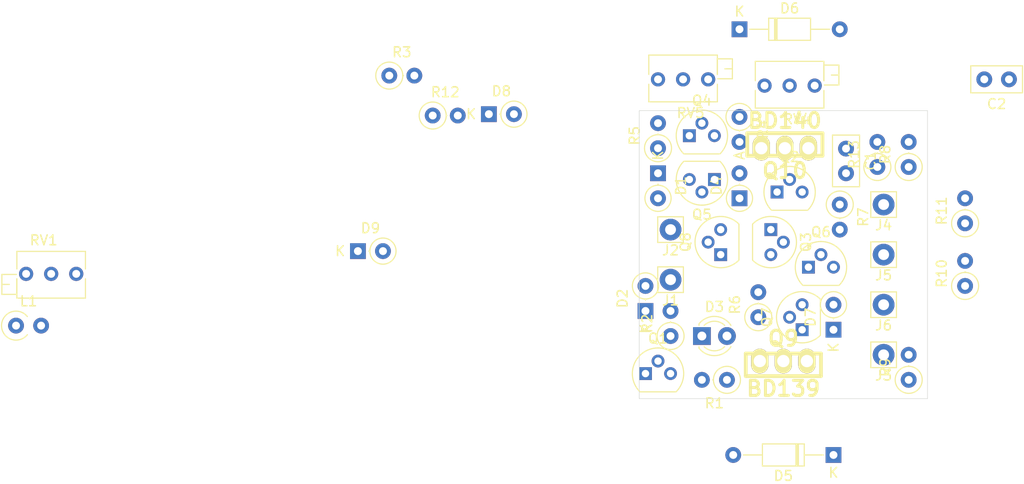
<source format=kicad_pcb>
(kicad_pcb (version 20171130) (host pcbnew 5.1.12-84ad8e8a86~92~ubuntu20.04.1)

  (general
    (thickness 1.6)
    (drawings 4)
    (tracks 0)
    (zones 0)
    (modules 44)
    (nets 30)
  )

  (page A4)
  (layers
    (0 F.Cu signal)
    (31 B.Cu signal)
    (32 B.Adhes user)
    (33 F.Adhes user)
    (34 B.Paste user)
    (35 F.Paste user)
    (36 B.SilkS user)
    (37 F.SilkS user)
    (38 B.Mask user)
    (39 F.Mask user)
    (40 Dwgs.User user)
    (41 Cmts.User user)
    (42 Eco1.User user)
    (43 Eco2.User user)
    (44 Edge.Cuts user)
    (45 Margin user)
    (46 B.CrtYd user)
    (47 F.CrtYd user)
    (48 B.Fab user)
    (49 F.Fab user)
  )

  (setup
    (last_trace_width 0.25)
    (trace_clearance 0.2)
    (zone_clearance 0.508)
    (zone_45_only no)
    (trace_min 0.2)
    (via_size 0.8)
    (via_drill 0.4)
    (via_min_size 0.4)
    (via_min_drill 0.3)
    (uvia_size 0.3)
    (uvia_drill 0.1)
    (uvias_allowed no)
    (uvia_min_size 0.2)
    (uvia_min_drill 0.1)
    (edge_width 0.05)
    (segment_width 0.2)
    (pcb_text_width 0.3)
    (pcb_text_size 1.5 1.5)
    (mod_edge_width 0.12)
    (mod_text_size 1 1)
    (mod_text_width 0.15)
    (pad_size 1.524 1.524)
    (pad_drill 0.762)
    (pad_to_mask_clearance 0)
    (aux_axis_origin 0 0)
    (visible_elements FFFFFF7F)
    (pcbplotparams
      (layerselection 0x010fc_ffffffff)
      (usegerberextensions false)
      (usegerberattributes true)
      (usegerberadvancedattributes true)
      (creategerberjobfile true)
      (excludeedgelayer true)
      (linewidth 0.100000)
      (plotframeref false)
      (viasonmask false)
      (mode 1)
      (useauxorigin false)
      (hpglpennumber 1)
      (hpglpenspeed 20)
      (hpglpendiameter 15.000000)
      (psnegative false)
      (psa4output false)
      (plotreference true)
      (plotvalue true)
      (plotinvisibletext false)
      (padsonsilk false)
      (subtractmaskfromsilk false)
      (outputformat 1)
      (mirror false)
      (drillshape 1)
      (scaleselection 1)
      (outputdirectory ""))
  )

  (net 0 "")
  (net 1 "Net-(C1-Pad2)")
  (net 2 "Net-(C1-Pad1)")
  (net 3 "Net-(C2-Pad1)")
  (net 4 "Net-(C2-Pad2)")
  (net 5 "Net-(D1-Pad1)")
  (net 6 "Net-(D1-Pad2)")
  (net 7 "Net-(D3-Pad1)")
  (net 8 "Net-(D3-Pad2)")
  (net 9 "Net-(D4-Pad1)")
  (net 10 "Net-(D5-Pad2)")
  (net 11 "Net-(D5-Pad1)")
  (net 12 "Net-(D6-Pad2)")
  (net 13 "Net-(D7-Pad2)")
  (net 14 "Net-(D9-Pad2)")
  (net 15 "Net-(L1-Pad1)")
  (net 16 "Net-(L1-Pad2)")
  (net 17 "Net-(Q1-Pad1)")
  (net 18 "Net-(Q1-Pad3)")
  (net 19 "Net-(Q3-Pad2)")
  (net 20 "Net-(Q4-Pad3)")
  (net 21 "Net-(Q5-Pad3)")
  (net 22 "Net-(Q6-Pad3)")
  (net 23 "Net-(Q7-Pad3)")
  (net 24 "Net-(Q9-Pad1)")
  (net 25 "Net-(Q10-Pad1)")
  (net 26 "Net-(R1-Pad2)")
  (net 27 "Net-(R4-Pad2)")
  (net 28 "Net-(R5-Pad2)")
  (net 29 GND)

  (net_class Default "This is the default net class."
    (clearance 0.2)
    (trace_width 0.25)
    (via_dia 0.8)
    (via_drill 0.4)
    (uvia_dia 0.3)
    (uvia_drill 0.1)
    (add_net GND)
    (add_net "Net-(C1-Pad1)")
    (add_net "Net-(C1-Pad2)")
    (add_net "Net-(C2-Pad1)")
    (add_net "Net-(C2-Pad2)")
    (add_net "Net-(D1-Pad1)")
    (add_net "Net-(D1-Pad2)")
    (add_net "Net-(D3-Pad1)")
    (add_net "Net-(D3-Pad2)")
    (add_net "Net-(D4-Pad1)")
    (add_net "Net-(D5-Pad1)")
    (add_net "Net-(D5-Pad2)")
    (add_net "Net-(D6-Pad2)")
    (add_net "Net-(D7-Pad2)")
    (add_net "Net-(D9-Pad2)")
    (add_net "Net-(L1-Pad1)")
    (add_net "Net-(L1-Pad2)")
    (add_net "Net-(Q1-Pad1)")
    (add_net "Net-(Q1-Pad3)")
    (add_net "Net-(Q10-Pad1)")
    (add_net "Net-(Q3-Pad2)")
    (add_net "Net-(Q4-Pad3)")
    (add_net "Net-(Q5-Pad3)")
    (add_net "Net-(Q6-Pad3)")
    (add_net "Net-(Q7-Pad3)")
    (add_net "Net-(Q9-Pad1)")
    (add_net "Net-(R1-Pad2)")
    (add_net "Net-(R4-Pad2)")
    (add_net "Net-(R5-Pad2)")
  )

  (module LED_THT:LED_D3.0mm (layer F.Cu) (tedit 587A3A7B) (tstamp 62ED70C8)
    (at 150.495 103.505)
    (descr "LED, diameter 3.0mm, 2 pins")
    (tags "LED diameter 3.0mm 2 pins")
    (path /5FDEC55E)
    (fp_text reference D3 (at 1.27 -2.96) (layer F.SilkS)
      (effects (font (size 1 1) (thickness 0.15)))
    )
    (fp_text value red (at 1.27 2.96) (layer F.Fab)
      (effects (font (size 1 1) (thickness 0.15)))
    )
    (fp_arc (start 1.27 0) (end 0.229039 1.08) (angle -87.9) (layer F.SilkS) (width 0.12))
    (fp_arc (start 1.27 0) (end 0.229039 -1.08) (angle 87.9) (layer F.SilkS) (width 0.12))
    (fp_arc (start 1.27 0) (end -0.29 1.235516) (angle -108.8) (layer F.SilkS) (width 0.12))
    (fp_arc (start 1.27 0) (end -0.29 -1.235516) (angle 108.8) (layer F.SilkS) (width 0.12))
    (fp_arc (start 1.27 0) (end -0.23 -1.16619) (angle 284.3) (layer F.Fab) (width 0.1))
    (fp_circle (center 1.27 0) (end 2.77 0) (layer F.Fab) (width 0.1))
    (fp_line (start -0.23 -1.16619) (end -0.23 1.16619) (layer F.Fab) (width 0.1))
    (fp_line (start -0.29 -1.236) (end -0.29 -1.08) (layer F.SilkS) (width 0.12))
    (fp_line (start -0.29 1.08) (end -0.29 1.236) (layer F.SilkS) (width 0.12))
    (fp_line (start -1.15 -2.25) (end -1.15 2.25) (layer F.CrtYd) (width 0.05))
    (fp_line (start -1.15 2.25) (end 3.7 2.25) (layer F.CrtYd) (width 0.05))
    (fp_line (start 3.7 2.25) (end 3.7 -2.25) (layer F.CrtYd) (width 0.05))
    (fp_line (start 3.7 -2.25) (end -1.15 -2.25) (layer F.CrtYd) (width 0.05))
    (pad 2 thru_hole circle (at 2.54 0) (size 1.8 1.8) (drill 0.9) (layers *.Cu *.Mask)
      (net 8 "Net-(D3-Pad2)"))
    (pad 1 thru_hole rect (at 0 0) (size 1.8 1.8) (drill 0.9) (layers *.Cu *.Mask)
      (net 7 "Net-(D3-Pad1)"))
    (model ${KISYS3DMOD}/LED_THT.3dshapes/LED_D3.0mm.wrl
      (at (xyz 0 0 0))
      (scale (xyz 1 1 1))
      (rotate (xyz 0 0 0))
    )
  )

  (module TAC:to225_std (layer F.Cu) (tedit 0) (tstamp 62ED7276)
    (at 158.9024 84.455)
    (descr "TO225, standard design without bended pins")
    (path /5FE396BC)
    (fp_text reference Q10 (at 0 2.286) (layer F.SilkS)
      (effects (font (size 1.524 1.524) (thickness 0.3048)))
    )
    (fp_text value BD140 (at 0 -2.794) (layer F.SilkS)
      (effects (font (size 1.524 1.524) (thickness 0.3048)))
    )
    (fp_line (start 3.81 0.762) (end -3.81 0.762) (layer F.SilkS) (width 0.381))
    (fp_line (start -3.81 0.762) (end -3.81 -1.524) (layer F.SilkS) (width 0.381))
    (fp_line (start -3.81 -1.524) (end 3.81 -1.524) (layer F.SilkS) (width 0.381))
    (fp_line (start 3.81 -1.524) (end 3.81 0.762) (layer F.SilkS) (width 0.381))
    (pad 3 thru_hole oval (at -2.3876 0) (size 1.74752 2.49936) (drill 1.24968) (layers *.Cu *.Mask F.SilkS)
      (net 2 "Net-(C1-Pad1)"))
    (pad 2 thru_hole oval (at 0 0) (size 1.74752 2.49936) (drill 1.24968) (layers *.Cu *.Mask F.SilkS)
      (net 4 "Net-(C2-Pad2)"))
    (pad 1 thru_hole oval (at 2.3876 0) (size 1.74752 2.49936) (drill 1.24968) (layers *.Cu *.Mask F.SilkS)
      (net 25 "Net-(Q10-Pad1)"))
    (model walter/to/to225_std.wrl
      (at (xyz 0 0 0))
      (scale (xyz 1 1 1))
      (rotate (xyz 0 0 0))
    )
  )

  (module TAC:to225_std (layer F.Cu) (tedit 0) (tstamp 62EDB81F)
    (at 158.75 106.045 180)
    (descr "TO225, standard design without bended pins")
    (path /5FE3C93A)
    (fp_text reference Q9 (at 0 2.286) (layer F.SilkS)
      (effects (font (size 1.524 1.524) (thickness 0.3048)))
    )
    (fp_text value BD139 (at 0 -2.794) (layer F.SilkS)
      (effects (font (size 1.524 1.524) (thickness 0.3048)))
    )
    (fp_line (start 3.81 0.762) (end -3.81 0.762) (layer F.SilkS) (width 0.381))
    (fp_line (start -3.81 0.762) (end -3.81 -1.524) (layer F.SilkS) (width 0.381))
    (fp_line (start -3.81 -1.524) (end 3.81 -1.524) (layer F.SilkS) (width 0.381))
    (fp_line (start 3.81 -1.524) (end 3.81 0.762) (layer F.SilkS) (width 0.381))
    (pad 3 thru_hole oval (at -2.3876 0 180) (size 1.74752 2.49936) (drill 1.24968) (layers *.Cu *.Mask F.SilkS)
      (net 10 "Net-(D5-Pad2)"))
    (pad 2 thru_hole oval (at 0 0 180) (size 1.74752 2.49936) (drill 1.24968) (layers *.Cu *.Mask F.SilkS)
      (net 8 "Net-(D3-Pad2)"))
    (pad 1 thru_hole oval (at 2.3876 0 180) (size 1.74752 2.49936) (drill 1.24968) (layers *.Cu *.Mask F.SilkS)
      (net 24 "Net-(Q9-Pad1)"))
    (model walter/to/to225_std.wrl
      (at (xyz 0 0 0))
      (scale (xyz 1 1 1))
      (rotate (xyz 0 0 0))
    )
  )

  (module Capacitor_THT:C_Disc_D5.0mm_W2.5mm_P2.50mm (layer F.Cu) (tedit 5AE50EF0) (tstamp 62ED7080)
    (at 165.1 84.495 270)
    (descr "C, Disc series, Radial, pin pitch=2.50mm, , diameter*width=5*2.5mm^2, Capacitor, http://cdn-reichelt.de/documents/datenblatt/B300/DS_KERKO_TC.pdf")
    (tags "C Disc series Radial pin pitch 2.50mm  diameter 5mm width 2.5mm Capacitor")
    (path /5FE2504C)
    (fp_text reference C1 (at 1.25 -2.5 90) (layer F.SilkS)
      (effects (font (size 1 1) (thickness 0.15)))
    )
    (fp_text value 100pF (at 1.25 2.5 90) (layer F.Fab)
      (effects (font (size 1 1) (thickness 0.15)))
    )
    (fp_text user %R (at 1.25 0 90) (layer F.Fab)
      (effects (font (size 1 1) (thickness 0.15)))
    )
    (fp_line (start -1.25 -1.25) (end -1.25 1.25) (layer F.Fab) (width 0.1))
    (fp_line (start -1.25 1.25) (end 3.75 1.25) (layer F.Fab) (width 0.1))
    (fp_line (start 3.75 1.25) (end 3.75 -1.25) (layer F.Fab) (width 0.1))
    (fp_line (start 3.75 -1.25) (end -1.25 -1.25) (layer F.Fab) (width 0.1))
    (fp_line (start -1.37 -1.37) (end 3.87 -1.37) (layer F.SilkS) (width 0.12))
    (fp_line (start -1.37 1.37) (end 3.87 1.37) (layer F.SilkS) (width 0.12))
    (fp_line (start -1.37 -1.37) (end -1.37 1.37) (layer F.SilkS) (width 0.12))
    (fp_line (start 3.87 -1.37) (end 3.87 1.37) (layer F.SilkS) (width 0.12))
    (fp_line (start -1.5 -1.5) (end -1.5 1.5) (layer F.CrtYd) (width 0.05))
    (fp_line (start -1.5 1.5) (end 4 1.5) (layer F.CrtYd) (width 0.05))
    (fp_line (start 4 1.5) (end 4 -1.5) (layer F.CrtYd) (width 0.05))
    (fp_line (start 4 -1.5) (end -1.5 -1.5) (layer F.CrtYd) (width 0.05))
    (pad 2 thru_hole circle (at 2.5 0 270) (size 1.6 1.6) (drill 0.8) (layers *.Cu *.Mask)
      (net 1 "Net-(C1-Pad2)"))
    (pad 1 thru_hole circle (at 0 0 270) (size 1.6 1.6) (drill 0.8) (layers *.Cu *.Mask)
      (net 2 "Net-(C1-Pad1)"))
    (model ${KISYS3DMOD}/Capacitor_THT.3dshapes/C_Disc_D5.0mm_W2.5mm_P2.50mm.wrl
      (at (xyz 0 0 0))
      (scale (xyz 1 1 1))
      (rotate (xyz 0 0 0))
    )
  )

  (module Capacitor_THT:C_Disc_D5.0mm_W2.5mm_P2.50mm (layer F.Cu) (tedit 5AE50EF0) (tstamp 62EDC631)
    (at 181.61 77.47 180)
    (descr "C, Disc series, Radial, pin pitch=2.50mm, , diameter*width=5*2.5mm^2, Capacitor, http://cdn-reichelt.de/documents/datenblatt/B300/DS_KERKO_TC.pdf")
    (tags "C Disc series Radial pin pitch 2.50mm  diameter 5mm width 2.5mm Capacitor")
    (path /5FE1214F)
    (fp_text reference C2 (at 1.25 -2.5) (layer F.SilkS)
      (effects (font (size 1 1) (thickness 0.15)))
    )
    (fp_text value 220pF (at 1.25 2.5) (layer F.Fab)
      (effects (font (size 1 1) (thickness 0.15)))
    )
    (fp_line (start 4 -1.5) (end -1.5 -1.5) (layer F.CrtYd) (width 0.05))
    (fp_line (start 4 1.5) (end 4 -1.5) (layer F.CrtYd) (width 0.05))
    (fp_line (start -1.5 1.5) (end 4 1.5) (layer F.CrtYd) (width 0.05))
    (fp_line (start -1.5 -1.5) (end -1.5 1.5) (layer F.CrtYd) (width 0.05))
    (fp_line (start 3.87 -1.37) (end 3.87 1.37) (layer F.SilkS) (width 0.12))
    (fp_line (start -1.37 -1.37) (end -1.37 1.37) (layer F.SilkS) (width 0.12))
    (fp_line (start -1.37 1.37) (end 3.87 1.37) (layer F.SilkS) (width 0.12))
    (fp_line (start -1.37 -1.37) (end 3.87 -1.37) (layer F.SilkS) (width 0.12))
    (fp_line (start 3.75 -1.25) (end -1.25 -1.25) (layer F.Fab) (width 0.1))
    (fp_line (start 3.75 1.25) (end 3.75 -1.25) (layer F.Fab) (width 0.1))
    (fp_line (start -1.25 1.25) (end 3.75 1.25) (layer F.Fab) (width 0.1))
    (fp_line (start -1.25 -1.25) (end -1.25 1.25) (layer F.Fab) (width 0.1))
    (fp_text user %R (at 1.25 0) (layer F.Fab)
      (effects (font (size 1 1) (thickness 0.15)))
    )
    (pad 1 thru_hole circle (at 0 0 180) (size 1.6 1.6) (drill 0.8) (layers *.Cu *.Mask)
      (net 3 "Net-(C2-Pad1)"))
    (pad 2 thru_hole circle (at 2.5 0 180) (size 1.6 1.6) (drill 0.8) (layers *.Cu *.Mask)
      (net 4 "Net-(C2-Pad2)"))
    (model ${KISYS3DMOD}/Capacitor_THT.3dshapes/C_Disc_D5.0mm_W2.5mm_P2.50mm.wrl
      (at (xyz 0 0 0))
      (scale (xyz 1 1 1))
      (rotate (xyz 0 0 0))
    )
  )

  (module Diode_THT:D_DO-35_SOD27_P2.54mm_Vertical_KathodeUp (layer F.Cu) (tedit 5AE50CD5) (tstamp 62ED70A4)
    (at 146.05 86.995 270)
    (descr "Diode, DO-35_SOD27 series, Axial, Vertical, pin pitch=2.54mm, , length*diameter=4*2mm^2, , http://www.diodes.com/_files/packages/DO-35.pdf")
    (tags "Diode DO-35_SOD27 series Axial Vertical pin pitch 2.54mm  length 4mm diameter 2mm")
    (path /5FDE2FA5)
    (fp_text reference D1 (at 1.27 -2.326371 90) (layer F.SilkS)
      (effects (font (size 1 1) (thickness 0.15)))
    )
    (fp_text value 1N914 (at 1.27 3.215371 90) (layer F.Fab)
      (effects (font (size 1 1) (thickness 0.15)))
    )
    (fp_line (start 3.79 -1.25) (end -1.05 -1.25) (layer F.CrtYd) (width 0.05))
    (fp_line (start 3.79 1.25) (end 3.79 -1.25) (layer F.CrtYd) (width 0.05))
    (fp_line (start -1.05 1.25) (end 3.79 1.25) (layer F.CrtYd) (width 0.05))
    (fp_line (start -1.05 -1.25) (end -1.05 1.25) (layer F.CrtYd) (width 0.05))
    (fp_line (start 1.213629 0) (end 1.1 0) (layer F.SilkS) (width 0.12))
    (fp_line (start 0 0) (end 2.54 0) (layer F.Fab) (width 0.1))
    (fp_circle (center 2.54 0) (end 3.866371 0) (layer F.SilkS) (width 0.12))
    (fp_circle (center 2.54 0) (end 3.54 0) (layer F.Fab) (width 0.1))
    (fp_text user %R (at 1.27 -2.326371 90) (layer F.Fab)
      (effects (font (size 1 1) (thickness 0.15)))
    )
    (fp_text user K (at -1.8 0 90) (layer F.Fab)
      (effects (font (size 1 1) (thickness 0.15)))
    )
    (fp_text user K (at -1.8 0 90) (layer F.SilkS)
      (effects (font (size 1 1) (thickness 0.15)))
    )
    (pad 1 thru_hole rect (at 0 0 270) (size 1.6 1.6) (drill 0.8) (layers *.Cu *.Mask)
      (net 5 "Net-(D1-Pad1)"))
    (pad 2 thru_hole oval (at 2.54 0 270) (size 1.6 1.6) (drill 0.8) (layers *.Cu *.Mask)
      (net 6 "Net-(D1-Pad2)"))
    (model ${KISYS3DMOD}/Diode_THT.3dshapes/D_DO-35_SOD27_P2.54mm_Vertical_KathodeUp.wrl
      (at (xyz 0 0 0))
      (scale (xyz 1 1 1))
      (rotate (xyz 0 0 0))
    )
  )

  (module Diode_THT:D_DO-35_SOD27_P2.54mm_Vertical_KathodeUp (layer F.Cu) (tedit 5AE50CD5) (tstamp 62ED70B5)
    (at 144.78 100.965 90)
    (descr "Diode, DO-35_SOD27 series, Axial, Vertical, pin pitch=2.54mm, , length*diameter=4*2mm^2, , http://www.diodes.com/_files/packages/DO-35.pdf")
    (tags "Diode DO-35_SOD27 series Axial Vertical pin pitch 2.54mm  length 4mm diameter 2mm")
    (path /5FDE3B90)
    (fp_text reference D2 (at 1.27 -2.326371 90) (layer F.SilkS)
      (effects (font (size 1 1) (thickness 0.15)))
    )
    (fp_text value 1N914 (at 1.27 3.215371 90) (layer F.Fab)
      (effects (font (size 1 1) (thickness 0.15)))
    )
    (fp_text user K (at -1.8 0 90) (layer F.SilkS)
      (effects (font (size 1 1) (thickness 0.15)))
    )
    (fp_text user K (at -1.8 0 90) (layer F.Fab)
      (effects (font (size 1 1) (thickness 0.15)))
    )
    (fp_text user %R (at 1.27 -2.326371 90) (layer F.Fab)
      (effects (font (size 1 1) (thickness 0.15)))
    )
    (fp_circle (center 2.54 0) (end 3.54 0) (layer F.Fab) (width 0.1))
    (fp_circle (center 2.54 0) (end 3.866371 0) (layer F.SilkS) (width 0.12))
    (fp_line (start 0 0) (end 2.54 0) (layer F.Fab) (width 0.1))
    (fp_line (start 1.213629 0) (end 1.1 0) (layer F.SilkS) (width 0.12))
    (fp_line (start -1.05 -1.25) (end -1.05 1.25) (layer F.CrtYd) (width 0.05))
    (fp_line (start -1.05 1.25) (end 3.79 1.25) (layer F.CrtYd) (width 0.05))
    (fp_line (start 3.79 1.25) (end 3.79 -1.25) (layer F.CrtYd) (width 0.05))
    (fp_line (start 3.79 -1.25) (end -1.05 -1.25) (layer F.CrtYd) (width 0.05))
    (pad 2 thru_hole oval (at 2.54 0 90) (size 1.6 1.6) (drill 0.8) (layers *.Cu *.Mask)
      (net 5 "Net-(D1-Pad1)"))
    (pad 1 thru_hole rect (at 0 0 90) (size 1.6 1.6) (drill 0.8) (layers *.Cu *.Mask)
      (net 6 "Net-(D1-Pad2)"))
    (model ${KISYS3DMOD}/Diode_THT.3dshapes/D_DO-35_SOD27_P2.54mm_Vertical_KathodeUp.wrl
      (at (xyz 0 0 0))
      (scale (xyz 1 1 1))
      (rotate (xyz 0 0 0))
    )
  )

  (module Diode_THT:D_DO-35_SOD27_P2.54mm_Vertical_AnodeUp (layer F.Cu) (tedit 5AE50CD5) (tstamp 62ED70D9)
    (at 154.305 89.535 90)
    (descr "Diode, DO-35_SOD27 series, Axial, Vertical, pin pitch=2.54mm, , length*diameter=4*2mm^2, , http://www.diodes.com/_files/packages/DO-35.pdf")
    (tags "Diode DO-35_SOD27 series Axial Vertical pin pitch 2.54mm  length 4mm diameter 2mm")
    (path /5FDEF41B)
    (fp_text reference D4 (at 1.27 -2.326371 90) (layer F.SilkS)
      (effects (font (size 1 1) (thickness 0.15)))
    )
    (fp_text value Z5V1 (at 1.27 3.215371 90) (layer F.Fab)
      (effects (font (size 1 1) (thickness 0.15)))
    )
    (fp_line (start 3.59 -1.25) (end -1.25 -1.25) (layer F.CrtYd) (width 0.05))
    (fp_line (start 3.59 1.25) (end 3.59 -1.25) (layer F.CrtYd) (width 0.05))
    (fp_line (start -1.25 1.25) (end 3.59 1.25) (layer F.CrtYd) (width 0.05))
    (fp_line (start -1.25 -1.25) (end -1.25 1.25) (layer F.CrtYd) (width 0.05))
    (fp_line (start 1.326371 0) (end 1.44 0) (layer F.SilkS) (width 0.12))
    (fp_line (start 0 0) (end 2.54 0) (layer F.Fab) (width 0.1))
    (fp_circle (center 0 0) (end 1.326371 0) (layer F.SilkS) (width 0.12))
    (fp_circle (center 0 0) (end 1 0) (layer F.Fab) (width 0.1))
    (fp_text user %R (at 1.27 -2.326371 90) (layer F.Fab)
      (effects (font (size 1 1) (thickness 0.15)))
    )
    (fp_text user A (at 4.34 0 90) (layer F.Fab)
      (effects (font (size 1 1) (thickness 0.15)))
    )
    (fp_text user A (at 4.34 0 90) (layer F.SilkS)
      (effects (font (size 1 1) (thickness 0.15)))
    )
    (pad 1 thru_hole rect (at 0 0 90) (size 1.6 1.6) (drill 0.8) (layers *.Cu *.Mask)
      (net 9 "Net-(D4-Pad1)"))
    (pad 2 thru_hole oval (at 2.54 0 90) (size 1.6 1.6) (drill 0.8) (layers *.Cu *.Mask)
      (net 4 "Net-(C2-Pad2)"))
    (model ${KISYS3DMOD}/Diode_THT.3dshapes/D_DO-35_SOD27_P2.54mm_Vertical_AnodeUp.wrl
      (at (xyz 0 0 0))
      (scale (xyz 1 1 1))
      (rotate (xyz 0 0 0))
    )
  )

  (module Diode_THT:D_DO-35_SOD27_P10.16mm_Horizontal (layer F.Cu) (tedit 5AE50CD5) (tstamp 62ED70F8)
    (at 163.83 115.57 180)
    (descr "Diode, DO-35_SOD27 series, Axial, Horizontal, pin pitch=10.16mm, , length*diameter=4*2mm^2, , http://www.diodes.com/_files/packages/DO-35.pdf")
    (tags "Diode DO-35_SOD27 series Axial Horizontal pin pitch 10.16mm  length 4mm diameter 2mm")
    (path /5FE3153F)
    (fp_text reference D5 (at 5.08 -2.12) (layer F.SilkS)
      (effects (font (size 1 1) (thickness 0.15)))
    )
    (fp_text value 1N914 (at 5.08 2.12) (layer F.Fab)
      (effects (font (size 1 1) (thickness 0.15)))
    )
    (fp_text user K (at 0 -1.8) (layer F.SilkS)
      (effects (font (size 1 1) (thickness 0.15)))
    )
    (fp_text user K (at 0 -1.8) (layer F.Fab)
      (effects (font (size 1 1) (thickness 0.15)))
    )
    (fp_text user %R (at 5.38 0) (layer F.Fab)
      (effects (font (size 0.8 0.8) (thickness 0.12)))
    )
    (fp_line (start 3.08 -1) (end 3.08 1) (layer F.Fab) (width 0.1))
    (fp_line (start 3.08 1) (end 7.08 1) (layer F.Fab) (width 0.1))
    (fp_line (start 7.08 1) (end 7.08 -1) (layer F.Fab) (width 0.1))
    (fp_line (start 7.08 -1) (end 3.08 -1) (layer F.Fab) (width 0.1))
    (fp_line (start 0 0) (end 3.08 0) (layer F.Fab) (width 0.1))
    (fp_line (start 10.16 0) (end 7.08 0) (layer F.Fab) (width 0.1))
    (fp_line (start 3.68 -1) (end 3.68 1) (layer F.Fab) (width 0.1))
    (fp_line (start 3.78 -1) (end 3.78 1) (layer F.Fab) (width 0.1))
    (fp_line (start 3.58 -1) (end 3.58 1) (layer F.Fab) (width 0.1))
    (fp_line (start 2.96 -1.12) (end 2.96 1.12) (layer F.SilkS) (width 0.12))
    (fp_line (start 2.96 1.12) (end 7.2 1.12) (layer F.SilkS) (width 0.12))
    (fp_line (start 7.2 1.12) (end 7.2 -1.12) (layer F.SilkS) (width 0.12))
    (fp_line (start 7.2 -1.12) (end 2.96 -1.12) (layer F.SilkS) (width 0.12))
    (fp_line (start 1.04 0) (end 2.96 0) (layer F.SilkS) (width 0.12))
    (fp_line (start 9.12 0) (end 7.2 0) (layer F.SilkS) (width 0.12))
    (fp_line (start 3.68 -1.12) (end 3.68 1.12) (layer F.SilkS) (width 0.12))
    (fp_line (start 3.8 -1.12) (end 3.8 1.12) (layer F.SilkS) (width 0.12))
    (fp_line (start 3.56 -1.12) (end 3.56 1.12) (layer F.SilkS) (width 0.12))
    (fp_line (start -1.05 -1.25) (end -1.05 1.25) (layer F.CrtYd) (width 0.05))
    (fp_line (start -1.05 1.25) (end 11.21 1.25) (layer F.CrtYd) (width 0.05))
    (fp_line (start 11.21 1.25) (end 11.21 -1.25) (layer F.CrtYd) (width 0.05))
    (fp_line (start 11.21 -1.25) (end -1.05 -1.25) (layer F.CrtYd) (width 0.05))
    (pad 2 thru_hole oval (at 10.16 0 180) (size 1.6 1.6) (drill 0.8) (layers *.Cu *.Mask)
      (net 10 "Net-(D5-Pad2)"))
    (pad 1 thru_hole rect (at 0 0 180) (size 1.6 1.6) (drill 0.8) (layers *.Cu *.Mask)
      (net 11 "Net-(D5-Pad1)"))
    (model ${KISYS3DMOD}/Diode_THT.3dshapes/D_DO-35_SOD27_P10.16mm_Horizontal.wrl
      (at (xyz 0 0 0))
      (scale (xyz 1 1 1))
      (rotate (xyz 0 0 0))
    )
  )

  (module Diode_THT:D_DO-35_SOD27_P10.16mm_Horizontal (layer F.Cu) (tedit 5AE50CD5) (tstamp 62ED7117)
    (at 154.305 72.39)
    (descr "Diode, DO-35_SOD27 series, Axial, Horizontal, pin pitch=10.16mm, , length*diameter=4*2mm^2, , http://www.diodes.com/_files/packages/DO-35.pdf")
    (tags "Diode DO-35_SOD27 series Axial Horizontal pin pitch 10.16mm  length 4mm diameter 2mm")
    (path /5FE30CAF)
    (fp_text reference D6 (at 5.08 -2.12) (layer F.SilkS)
      (effects (font (size 1 1) (thickness 0.15)))
    )
    (fp_text value 1N914 (at 5.08 2.12) (layer F.Fab)
      (effects (font (size 1 1) (thickness 0.15)))
    )
    (fp_line (start 11.21 -1.25) (end -1.05 -1.25) (layer F.CrtYd) (width 0.05))
    (fp_line (start 11.21 1.25) (end 11.21 -1.25) (layer F.CrtYd) (width 0.05))
    (fp_line (start -1.05 1.25) (end 11.21 1.25) (layer F.CrtYd) (width 0.05))
    (fp_line (start -1.05 -1.25) (end -1.05 1.25) (layer F.CrtYd) (width 0.05))
    (fp_line (start 3.56 -1.12) (end 3.56 1.12) (layer F.SilkS) (width 0.12))
    (fp_line (start 3.8 -1.12) (end 3.8 1.12) (layer F.SilkS) (width 0.12))
    (fp_line (start 3.68 -1.12) (end 3.68 1.12) (layer F.SilkS) (width 0.12))
    (fp_line (start 9.12 0) (end 7.2 0) (layer F.SilkS) (width 0.12))
    (fp_line (start 1.04 0) (end 2.96 0) (layer F.SilkS) (width 0.12))
    (fp_line (start 7.2 -1.12) (end 2.96 -1.12) (layer F.SilkS) (width 0.12))
    (fp_line (start 7.2 1.12) (end 7.2 -1.12) (layer F.SilkS) (width 0.12))
    (fp_line (start 2.96 1.12) (end 7.2 1.12) (layer F.SilkS) (width 0.12))
    (fp_line (start 2.96 -1.12) (end 2.96 1.12) (layer F.SilkS) (width 0.12))
    (fp_line (start 3.58 -1) (end 3.58 1) (layer F.Fab) (width 0.1))
    (fp_line (start 3.78 -1) (end 3.78 1) (layer F.Fab) (width 0.1))
    (fp_line (start 3.68 -1) (end 3.68 1) (layer F.Fab) (width 0.1))
    (fp_line (start 10.16 0) (end 7.08 0) (layer F.Fab) (width 0.1))
    (fp_line (start 0 0) (end 3.08 0) (layer F.Fab) (width 0.1))
    (fp_line (start 7.08 -1) (end 3.08 -1) (layer F.Fab) (width 0.1))
    (fp_line (start 7.08 1) (end 7.08 -1) (layer F.Fab) (width 0.1))
    (fp_line (start 3.08 1) (end 7.08 1) (layer F.Fab) (width 0.1))
    (fp_line (start 3.08 -1) (end 3.08 1) (layer F.Fab) (width 0.1))
    (fp_text user %R (at 5.38 0) (layer F.Fab)
      (effects (font (size 0.8 0.8) (thickness 0.12)))
    )
    (fp_text user K (at 0 -1.8) (layer F.Fab)
      (effects (font (size 1 1) (thickness 0.15)))
    )
    (fp_text user K (at 0 -1.8) (layer F.SilkS)
      (effects (font (size 1 1) (thickness 0.15)))
    )
    (pad 1 thru_hole rect (at 0 0) (size 1.6 1.6) (drill 0.8) (layers *.Cu *.Mask)
      (net 2 "Net-(C1-Pad1)"))
    (pad 2 thru_hole oval (at 10.16 0) (size 1.6 1.6) (drill 0.8) (layers *.Cu *.Mask)
      (net 12 "Net-(D6-Pad2)"))
    (model ${KISYS3DMOD}/Diode_THT.3dshapes/D_DO-35_SOD27_P10.16mm_Horizontal.wrl
      (at (xyz 0 0 0))
      (scale (xyz 1 1 1))
      (rotate (xyz 0 0 0))
    )
  )

  (module Diode_THT:D_DO-35_SOD27_P2.54mm_Vertical_KathodeUp (layer F.Cu) (tedit 5AE50CD5) (tstamp 62ED7128)
    (at 163.83 102.87 90)
    (descr "Diode, DO-35_SOD27 series, Axial, Vertical, pin pitch=2.54mm, , length*diameter=4*2mm^2, , http://www.diodes.com/_files/packages/DO-35.pdf")
    (tags "Diode DO-35_SOD27 series Axial Vertical pin pitch 2.54mm  length 4mm diameter 2mm")
    (path /5FE38317)
    (fp_text reference D7 (at 1.27 -2.326371 90) (layer F.SilkS)
      (effects (font (size 1 1) (thickness 0.15)))
    )
    (fp_text value 1N914 (at 1.27 3.215371 90) (layer F.Fab)
      (effects (font (size 1 1) (thickness 0.15)))
    )
    (fp_text user K (at -1.8 0 90) (layer F.SilkS)
      (effects (font (size 1 1) (thickness 0.15)))
    )
    (fp_text user K (at -1.8 0 90) (layer F.Fab)
      (effects (font (size 1 1) (thickness 0.15)))
    )
    (fp_text user %R (at 1.27 -2.326371 90) (layer F.Fab)
      (effects (font (size 1 1) (thickness 0.15)))
    )
    (fp_circle (center 2.54 0) (end 3.54 0) (layer F.Fab) (width 0.1))
    (fp_circle (center 2.54 0) (end 3.866371 0) (layer F.SilkS) (width 0.12))
    (fp_line (start 0 0) (end 2.54 0) (layer F.Fab) (width 0.1))
    (fp_line (start 1.213629 0) (end 1.1 0) (layer F.SilkS) (width 0.12))
    (fp_line (start -1.05 -1.25) (end -1.05 1.25) (layer F.CrtYd) (width 0.05))
    (fp_line (start -1.05 1.25) (end 3.79 1.25) (layer F.CrtYd) (width 0.05))
    (fp_line (start 3.79 1.25) (end 3.79 -1.25) (layer F.CrtYd) (width 0.05))
    (fp_line (start 3.79 -1.25) (end -1.05 -1.25) (layer F.CrtYd) (width 0.05))
    (pad 2 thru_hole oval (at 2.54 0 90) (size 1.6 1.6) (drill 0.8) (layers *.Cu *.Mask)
      (net 13 "Net-(D7-Pad2)"))
    (pad 1 thru_hole rect (at 0 0 90) (size 1.6 1.6) (drill 0.8) (layers *.Cu *.Mask)
      (net 10 "Net-(D5-Pad2)"))
    (model ${KISYS3DMOD}/Diode_THT.3dshapes/D_DO-35_SOD27_P2.54mm_Vertical_KathodeUp.wrl
      (at (xyz 0 0 0))
      (scale (xyz 1 1 1))
      (rotate (xyz 0 0 0))
    )
  )

  (module Diode_THT:D_DO-35_SOD27_P2.54mm_Vertical_KathodeUp (layer F.Cu) (tedit 5AE50CD5) (tstamp 62ED7139)
    (at 128.910001 81.001372)
    (descr "Diode, DO-35_SOD27 series, Axial, Vertical, pin pitch=2.54mm, , length*diameter=4*2mm^2, , http://www.diodes.com/_files/packages/DO-35.pdf")
    (tags "Diode DO-35_SOD27 series Axial Vertical pin pitch 2.54mm  length 4mm diameter 2mm")
    (path /5FE38A2B)
    (fp_text reference D8 (at 1.27 -2.326371) (layer F.SilkS)
      (effects (font (size 1 1) (thickness 0.15)))
    )
    (fp_text value 1N914 (at 1.27 3.215371) (layer F.Fab)
      (effects (font (size 1 1) (thickness 0.15)))
    )
    (fp_line (start 3.79 -1.25) (end -1.05 -1.25) (layer F.CrtYd) (width 0.05))
    (fp_line (start 3.79 1.25) (end 3.79 -1.25) (layer F.CrtYd) (width 0.05))
    (fp_line (start -1.05 1.25) (end 3.79 1.25) (layer F.CrtYd) (width 0.05))
    (fp_line (start -1.05 -1.25) (end -1.05 1.25) (layer F.CrtYd) (width 0.05))
    (fp_line (start 1.213629 0) (end 1.1 0) (layer F.SilkS) (width 0.12))
    (fp_line (start 0 0) (end 2.54 0) (layer F.Fab) (width 0.1))
    (fp_circle (center 2.54 0) (end 3.866371 0) (layer F.SilkS) (width 0.12))
    (fp_circle (center 2.54 0) (end 3.54 0) (layer F.Fab) (width 0.1))
    (fp_text user %R (at 1.27 -2.326371) (layer F.Fab)
      (effects (font (size 1 1) (thickness 0.15)))
    )
    (fp_text user K (at -1.8 0) (layer F.Fab)
      (effects (font (size 1 1) (thickness 0.15)))
    )
    (fp_text user K (at -1.8 0) (layer F.SilkS)
      (effects (font (size 1 1) (thickness 0.15)))
    )
    (pad 1 thru_hole rect (at 0 0) (size 1.6 1.6) (drill 0.8) (layers *.Cu *.Mask)
      (net 13 "Net-(D7-Pad2)"))
    (pad 2 thru_hole oval (at 2.54 0) (size 1.6 1.6) (drill 0.8) (layers *.Cu *.Mask)
      (net 2 "Net-(C1-Pad1)"))
    (model ${KISYS3DMOD}/Diode_THT.3dshapes/D_DO-35_SOD27_P2.54mm_Vertical_KathodeUp.wrl
      (at (xyz 0 0 0))
      (scale (xyz 1 1 1))
      (rotate (xyz 0 0 0))
    )
  )

  (module Diode_THT:D_DO-35_SOD27_P2.54mm_Vertical_KathodeUp (layer F.Cu) (tedit 5AE50CD5) (tstamp 62ED714A)
    (at 115.640001 94.891372)
    (descr "Diode, DO-35_SOD27 series, Axial, Vertical, pin pitch=2.54mm, , length*diameter=4*2mm^2, , http://www.diodes.com/_files/packages/DO-35.pdf")
    (tags "Diode DO-35_SOD27 series Axial Vertical pin pitch 2.54mm  length 4mm diameter 2mm")
    (path /5FE16DD9)
    (fp_text reference D9 (at 1.27 -2.326371) (layer F.SilkS)
      (effects (font (size 1 1) (thickness 0.15)))
    )
    (fp_text value 1N914 (at 1.27 3.215371) (layer F.Fab)
      (effects (font (size 1 1) (thickness 0.15)))
    )
    (fp_line (start 3.79 -1.25) (end -1.05 -1.25) (layer F.CrtYd) (width 0.05))
    (fp_line (start 3.79 1.25) (end 3.79 -1.25) (layer F.CrtYd) (width 0.05))
    (fp_line (start -1.05 1.25) (end 3.79 1.25) (layer F.CrtYd) (width 0.05))
    (fp_line (start -1.05 -1.25) (end -1.05 1.25) (layer F.CrtYd) (width 0.05))
    (fp_line (start 1.213629 0) (end 1.1 0) (layer F.SilkS) (width 0.12))
    (fp_line (start 0 0) (end 2.54 0) (layer F.Fab) (width 0.1))
    (fp_circle (center 2.54 0) (end 3.866371 0) (layer F.SilkS) (width 0.12))
    (fp_circle (center 2.54 0) (end 3.54 0) (layer F.Fab) (width 0.1))
    (fp_text user %R (at 1.27 -2.326371) (layer F.Fab)
      (effects (font (size 1 1) (thickness 0.15)))
    )
    (fp_text user K (at -1.8 0) (layer F.Fab)
      (effects (font (size 1 1) (thickness 0.15)))
    )
    (fp_text user K (at -1.8 0) (layer F.SilkS)
      (effects (font (size 1 1) (thickness 0.15)))
    )
    (pad 1 thru_hole rect (at 0 0) (size 1.6 1.6) (drill 0.8) (layers *.Cu *.Mask)
      (net 2 "Net-(C1-Pad1)"))
    (pad 2 thru_hole oval (at 2.54 0) (size 1.6 1.6) (drill 0.8) (layers *.Cu *.Mask)
      (net 14 "Net-(D9-Pad2)"))
    (model ${KISYS3DMOD}/Diode_THT.3dshapes/D_DO-35_SOD27_P2.54mm_Vertical_KathodeUp.wrl
      (at (xyz 0 0 0))
      (scale (xyz 1 1 1))
      (rotate (xyz 0 0 0))
    )
  )

  (module Connector_Pin:Pin_D1.1mm_L8.5mm_W2.5mm_FlatFork (layer F.Cu) (tedit 5A1DC085) (tstamp 62ED9F7B)
    (at 147.32 97.79)
    (descr "solder Pin_ with flat fork, hole diameter 1.1mm, length 8.5mm, width 2.5mm")
    (tags "solder Pin_ with flat fork")
    (path /62FAE296)
    (fp_text reference J1 (at 0 2.1) (layer F.SilkS)
      (effects (font (size 1 1) (thickness 0.15)))
    )
    (fp_text value Imput- (at 0 -2.05) (layer F.Fab)
      (effects (font (size 1 1) (thickness 0.15)))
    )
    (fp_text user %R (at 0 2.1) (layer F.Fab)
      (effects (font (size 1 1) (thickness 0.15)))
    )
    (fp_line (start -1.3 1.3) (end -1.3 -1.3) (layer F.SilkS) (width 0.12))
    (fp_line (start -1.3 -1.3) (end 1.3 -1.3) (layer F.SilkS) (width 0.12))
    (fp_line (start 1.3 -1.3) (end 1.3 1.3) (layer F.SilkS) (width 0.12))
    (fp_line (start -1.3 1.3) (end 1.3 1.3) (layer F.SilkS) (width 0.12))
    (fp_line (start -1.25 -0.25) (end -1.25 0.25) (layer F.Fab) (width 0.12))
    (fp_line (start -1.25 0.25) (end 1.25 0.25) (layer F.Fab) (width 0.12))
    (fp_line (start 1.25 0.25) (end 1.25 -0.25) (layer F.Fab) (width 0.12))
    (fp_line (start 1.25 -0.25) (end -1.25 -0.25) (layer F.Fab) (width 0.12))
    (fp_line (start -1.75 -1.6) (end 1.75 -1.6) (layer F.CrtYd) (width 0.05))
    (fp_line (start -1.75 -1.6) (end -1.75 1.6) (layer F.CrtYd) (width 0.05))
    (fp_line (start 1.75 1.6) (end 1.75 -1.6) (layer F.CrtYd) (width 0.05))
    (fp_line (start 1.75 1.6) (end -1.75 1.6) (layer F.CrtYd) (width 0.05))
    (pad 1 thru_hole circle (at 0 0) (size 2.2 2.2) (drill 1.1) (layers *.Cu *.Mask)
      (net 6 "Net-(D1-Pad2)"))
    (model ${KISYS3DMOD}/Connector_Pin.3dshapes/Pin_D1.1mm_L8.5mm_W2.5mm_FlatFork.wrl
      (at (xyz 0 0 0))
      (scale (xyz 1 1 1))
      (rotate (xyz 0 0 0))
    )
  )

  (module Connector_Pin:Pin_D1.1mm_L8.5mm_W2.5mm_FlatFork (layer F.Cu) (tedit 5A1DC085) (tstamp 62ED716E)
    (at 147.32 92.71)
    (descr "solder Pin_ with flat fork, hole diameter 1.1mm, length 8.5mm, width 2.5mm")
    (tags "solder Pin_ with flat fork")
    (path /62FAA65B)
    (fp_text reference J2 (at 0 2.1) (layer F.SilkS)
      (effects (font (size 1 1) (thickness 0.15)))
    )
    (fp_text value Input+ (at 0 -2.05) (layer F.Fab)
      (effects (font (size 1 1) (thickness 0.15)))
    )
    (fp_line (start 1.75 1.6) (end -1.75 1.6) (layer F.CrtYd) (width 0.05))
    (fp_line (start 1.75 1.6) (end 1.75 -1.6) (layer F.CrtYd) (width 0.05))
    (fp_line (start -1.75 -1.6) (end -1.75 1.6) (layer F.CrtYd) (width 0.05))
    (fp_line (start -1.75 -1.6) (end 1.75 -1.6) (layer F.CrtYd) (width 0.05))
    (fp_line (start 1.25 -0.25) (end -1.25 -0.25) (layer F.Fab) (width 0.12))
    (fp_line (start 1.25 0.25) (end 1.25 -0.25) (layer F.Fab) (width 0.12))
    (fp_line (start -1.25 0.25) (end 1.25 0.25) (layer F.Fab) (width 0.12))
    (fp_line (start -1.25 -0.25) (end -1.25 0.25) (layer F.Fab) (width 0.12))
    (fp_line (start -1.3 1.3) (end 1.3 1.3) (layer F.SilkS) (width 0.12))
    (fp_line (start 1.3 -1.3) (end 1.3 1.3) (layer F.SilkS) (width 0.12))
    (fp_line (start -1.3 -1.3) (end 1.3 -1.3) (layer F.SilkS) (width 0.12))
    (fp_line (start -1.3 1.3) (end -1.3 -1.3) (layer F.SilkS) (width 0.12))
    (fp_text user %R (at 0 2.1) (layer F.Fab)
      (effects (font (size 1 1) (thickness 0.15)))
    )
    (pad 1 thru_hole circle (at 0 0) (size 2.2 2.2) (drill 1.1) (layers *.Cu *.Mask)
      (net 5 "Net-(D1-Pad1)"))
    (model ${KISYS3DMOD}/Connector_Pin.3dshapes/Pin_D1.1mm_L8.5mm_W2.5mm_FlatFork.wrl
      (at (xyz 0 0 0))
      (scale (xyz 1 1 1))
      (rotate (xyz 0 0 0))
    )
  )

  (module Connector_Pin:Pin_D1.1mm_L8.5mm_W2.5mm_FlatFork (layer F.Cu) (tedit 5A1DC085) (tstamp 62ED7180)
    (at 168.91 105.41)
    (descr "solder Pin_ with flat fork, hole diameter 1.1mm, length 8.5mm, width 2.5mm")
    (tags "solder Pin_ with flat fork")
    (path /62FC2F11)
    (fp_text reference J3 (at 0 2.1) (layer F.SilkS)
      (effects (font (size 1 1) (thickness 0.15)))
    )
    (fp_text value V+ (at 0 -2.05) (layer F.Fab)
      (effects (font (size 1 1) (thickness 0.15)))
    )
    (fp_line (start 1.75 1.6) (end -1.75 1.6) (layer F.CrtYd) (width 0.05))
    (fp_line (start 1.75 1.6) (end 1.75 -1.6) (layer F.CrtYd) (width 0.05))
    (fp_line (start -1.75 -1.6) (end -1.75 1.6) (layer F.CrtYd) (width 0.05))
    (fp_line (start -1.75 -1.6) (end 1.75 -1.6) (layer F.CrtYd) (width 0.05))
    (fp_line (start 1.25 -0.25) (end -1.25 -0.25) (layer F.Fab) (width 0.12))
    (fp_line (start 1.25 0.25) (end 1.25 -0.25) (layer F.Fab) (width 0.12))
    (fp_line (start -1.25 0.25) (end 1.25 0.25) (layer F.Fab) (width 0.12))
    (fp_line (start -1.25 -0.25) (end -1.25 0.25) (layer F.Fab) (width 0.12))
    (fp_line (start -1.3 1.3) (end 1.3 1.3) (layer F.SilkS) (width 0.12))
    (fp_line (start 1.3 -1.3) (end 1.3 1.3) (layer F.SilkS) (width 0.12))
    (fp_line (start -1.3 -1.3) (end 1.3 -1.3) (layer F.SilkS) (width 0.12))
    (fp_line (start -1.3 1.3) (end -1.3 -1.3) (layer F.SilkS) (width 0.12))
    (fp_text user %R (at 0 2.1) (layer F.Fab)
      (effects (font (size 1 1) (thickness 0.15)))
    )
    (pad 1 thru_hole circle (at 0 0) (size 2.2 2.2) (drill 1.1) (layers *.Cu *.Mask)
      (net 8 "Net-(D3-Pad2)"))
    (model ${KISYS3DMOD}/Connector_Pin.3dshapes/Pin_D1.1mm_L8.5mm_W2.5mm_FlatFork.wrl
      (at (xyz 0 0 0))
      (scale (xyz 1 1 1))
      (rotate (xyz 0 0 0))
    )
  )

  (module Connector_Pin:Pin_D1.1mm_L8.5mm_W2.5mm_FlatFork (layer F.Cu) (tedit 5A1DC085) (tstamp 62ED7192)
    (at 168.91 90.17)
    (descr "solder Pin_ with flat fork, hole diameter 1.1mm, length 8.5mm, width 2.5mm")
    (tags "solder Pin_ with flat fork")
    (path /62FC8453)
    (fp_text reference J4 (at 0 2.1) (layer F.SilkS)
      (effects (font (size 1 1) (thickness 0.15)))
    )
    (fp_text value Output (at 0 -2.05) (layer F.Fab)
      (effects (font (size 1 1) (thickness 0.15)))
    )
    (fp_text user %R (at 0 2.1) (layer F.Fab)
      (effects (font (size 1 1) (thickness 0.15)))
    )
    (fp_line (start -1.3 1.3) (end -1.3 -1.3) (layer F.SilkS) (width 0.12))
    (fp_line (start -1.3 -1.3) (end 1.3 -1.3) (layer F.SilkS) (width 0.12))
    (fp_line (start 1.3 -1.3) (end 1.3 1.3) (layer F.SilkS) (width 0.12))
    (fp_line (start -1.3 1.3) (end 1.3 1.3) (layer F.SilkS) (width 0.12))
    (fp_line (start -1.25 -0.25) (end -1.25 0.25) (layer F.Fab) (width 0.12))
    (fp_line (start -1.25 0.25) (end 1.25 0.25) (layer F.Fab) (width 0.12))
    (fp_line (start 1.25 0.25) (end 1.25 -0.25) (layer F.Fab) (width 0.12))
    (fp_line (start 1.25 -0.25) (end -1.25 -0.25) (layer F.Fab) (width 0.12))
    (fp_line (start -1.75 -1.6) (end 1.75 -1.6) (layer F.CrtYd) (width 0.05))
    (fp_line (start -1.75 -1.6) (end -1.75 1.6) (layer F.CrtYd) (width 0.05))
    (fp_line (start 1.75 1.6) (end 1.75 -1.6) (layer F.CrtYd) (width 0.05))
    (fp_line (start 1.75 1.6) (end -1.75 1.6) (layer F.CrtYd) (width 0.05))
    (pad 1 thru_hole circle (at 0 0) (size 2.2 2.2) (drill 1.1) (layers *.Cu *.Mask)
      (net 13 "Net-(D7-Pad2)"))
    (model ${KISYS3DMOD}/Connector_Pin.3dshapes/Pin_D1.1mm_L8.5mm_W2.5mm_FlatFork.wrl
      (at (xyz 0 0 0))
      (scale (xyz 1 1 1))
      (rotate (xyz 0 0 0))
    )
  )

  (module Connector_Pin:Pin_D1.1mm_L8.5mm_W2.5mm_FlatFork (layer F.Cu) (tedit 5A1DC085) (tstamp 62ED71A4)
    (at 168.91 95.25)
    (descr "solder Pin_ with flat fork, hole diameter 1.1mm, length 8.5mm, width 2.5mm")
    (tags "solder Pin_ with flat fork")
    (path /62FCBB48)
    (fp_text reference J5 (at 0 2.1) (layer F.SilkS)
      (effects (font (size 1 1) (thickness 0.15)))
    )
    (fp_text value V- (at 0 -2.05) (layer F.Fab)
      (effects (font (size 1 1) (thickness 0.15)))
    )
    (fp_line (start 1.75 1.6) (end -1.75 1.6) (layer F.CrtYd) (width 0.05))
    (fp_line (start 1.75 1.6) (end 1.75 -1.6) (layer F.CrtYd) (width 0.05))
    (fp_line (start -1.75 -1.6) (end -1.75 1.6) (layer F.CrtYd) (width 0.05))
    (fp_line (start -1.75 -1.6) (end 1.75 -1.6) (layer F.CrtYd) (width 0.05))
    (fp_line (start 1.25 -0.25) (end -1.25 -0.25) (layer F.Fab) (width 0.12))
    (fp_line (start 1.25 0.25) (end 1.25 -0.25) (layer F.Fab) (width 0.12))
    (fp_line (start -1.25 0.25) (end 1.25 0.25) (layer F.Fab) (width 0.12))
    (fp_line (start -1.25 -0.25) (end -1.25 0.25) (layer F.Fab) (width 0.12))
    (fp_line (start -1.3 1.3) (end 1.3 1.3) (layer F.SilkS) (width 0.12))
    (fp_line (start 1.3 -1.3) (end 1.3 1.3) (layer F.SilkS) (width 0.12))
    (fp_line (start -1.3 -1.3) (end 1.3 -1.3) (layer F.SilkS) (width 0.12))
    (fp_line (start -1.3 1.3) (end -1.3 -1.3) (layer F.SilkS) (width 0.12))
    (fp_text user %R (at 0 2.1) (layer F.Fab)
      (effects (font (size 1 1) (thickness 0.15)))
    )
    (pad 1 thru_hole circle (at 0 0) (size 2.2 2.2) (drill 1.1) (layers *.Cu *.Mask)
      (net 4 "Net-(C2-Pad2)"))
    (model ${KISYS3DMOD}/Connector_Pin.3dshapes/Pin_D1.1mm_L8.5mm_W2.5mm_FlatFork.wrl
      (at (xyz 0 0 0))
      (scale (xyz 1 1 1))
      (rotate (xyz 0 0 0))
    )
  )

  (module Inductor_THT:L_Axial_L6.6mm_D2.7mm_P2.54mm_Vertical_Vishay_IM-2 (layer F.Cu) (tedit 5B85CCE0) (tstamp 62ED71B2)
    (at 81.000001 102.450001)
    (descr "Inductor, Axial series, Axial, Vertical, pin pitch=2.54mm, , length*diameter=6.6*2.7mm^2, Vishay, IM-2, http://www.vishay.com/docs/34030/im.pdf")
    (tags "Inductor Axial series Axial Vertical pin pitch 2.54mm  length 6.6mm diameter 2.7mm Vishay IM-2")
    (path /5FDE8549)
    (fp_text reference L1 (at 1.27 -2.47) (layer F.SilkS)
      (effects (font (size 1 1) (thickness 0.15)))
    )
    (fp_text value 22µH (at 1.27 2.47) (layer F.Fab)
      (effects (font (size 1 1) (thickness 0.15)))
    )
    (fp_line (start 3.59 -1.6) (end -1.6 -1.6) (layer F.CrtYd) (width 0.05))
    (fp_line (start 3.59 1.6) (end 3.59 -1.6) (layer F.CrtYd) (width 0.05))
    (fp_line (start -1.6 1.6) (end 3.59 1.6) (layer F.CrtYd) (width 0.05))
    (fp_line (start -1.6 -1.6) (end -1.6 1.6) (layer F.CrtYd) (width 0.05))
    (fp_line (start 0 0) (end 2.54 0) (layer F.Fab) (width 0.1))
    (fp_circle (center 0 0) (end 1.35 0) (layer F.Fab) (width 0.1))
    (fp_arc (start 0 0) (end 1.146516 -0.92) (angle -282.510745) (layer F.SilkS) (width 0.12))
    (fp_text user %R (at 1.27 -2.47) (layer F.Fab)
      (effects (font (size 1 1) (thickness 0.15)))
    )
    (pad 1 thru_hole circle (at 0 0) (size 1.6 1.6) (drill 0.8) (layers *.Cu *.Mask)
      (net 15 "Net-(L1-Pad1)"))
    (pad 2 thru_hole oval (at 2.54 0) (size 1.6 1.6) (drill 0.8) (layers *.Cu *.Mask)
      (net 16 "Net-(L1-Pad2)"))
    (model ${KISYS3DMOD}/Inductor_THT.3dshapes/L_Axial_L6.6mm_D2.7mm_P2.54mm_Vertical_Vishay_IM-2.wrl
      (at (xyz 0 0 0))
      (scale (xyz 1 1 1))
      (rotate (xyz 0 0 0))
    )
  )

  (module Package_TO_SOT_THT:TO-92 (layer F.Cu) (tedit 5A279852) (tstamp 62EDC731)
    (at 144.78 107.315)
    (descr "TO-92 leads molded, narrow, drill 0.75mm (see NXP sot054_po.pdf)")
    (tags "to-92 sc-43 sc-43a sot54 PA33 transistor")
    (path /5FDEA503)
    (fp_text reference Q1 (at 1.27 -3.56) (layer F.SilkS)
      (effects (font (size 1 1) (thickness 0.15)))
    )
    (fp_text value BC560C (at 1.27 2.79) (layer F.Fab)
      (effects (font (size 1 1) (thickness 0.15)))
    )
    (fp_arc (start 1.27 0) (end 1.27 -2.6) (angle 135) (layer F.SilkS) (width 0.12))
    (fp_arc (start 1.27 0) (end 1.27 -2.48) (angle -135) (layer F.Fab) (width 0.1))
    (fp_arc (start 1.27 0) (end 1.27 -2.6) (angle -135) (layer F.SilkS) (width 0.12))
    (fp_arc (start 1.27 0) (end 1.27 -2.48) (angle 135) (layer F.Fab) (width 0.1))
    (fp_text user %R (at 1.27 0) (layer F.Fab)
      (effects (font (size 1 1) (thickness 0.15)))
    )
    (fp_line (start -0.53 1.85) (end 3.07 1.85) (layer F.SilkS) (width 0.12))
    (fp_line (start -0.5 1.75) (end 3 1.75) (layer F.Fab) (width 0.1))
    (fp_line (start -1.46 -2.73) (end 4 -2.73) (layer F.CrtYd) (width 0.05))
    (fp_line (start -1.46 -2.73) (end -1.46 2.01) (layer F.CrtYd) (width 0.05))
    (fp_line (start 4 2.01) (end 4 -2.73) (layer F.CrtYd) (width 0.05))
    (fp_line (start 4 2.01) (end -1.46 2.01) (layer F.CrtYd) (width 0.05))
    (pad 1 thru_hole rect (at 0 0) (size 1.3 1.3) (drill 0.75) (layers *.Cu *.Mask)
      (net 17 "Net-(Q1-Pad1)"))
    (pad 3 thru_hole circle (at 2.54 0) (size 1.3 1.3) (drill 0.75) (layers *.Cu *.Mask)
      (net 18 "Net-(Q1-Pad3)"))
    (pad 2 thru_hole circle (at 1.27 -1.27) (size 1.3 1.3) (drill 0.75) (layers *.Cu *.Mask)
      (net 7 "Net-(D3-Pad1)"))
    (model ${KISYS3DMOD}/Package_TO_SOT_THT.3dshapes/TO-92.wrl
      (at (xyz 0 0 0))
      (scale (xyz 1 1 1))
      (rotate (xyz 0 0 0))
    )
  )

  (module Package_TO_SOT_THT:TO-92 (layer F.Cu) (tedit 5A279852) (tstamp 62ED71D6)
    (at 158.115 88.9)
    (descr "TO-92 leads molded, narrow, drill 0.75mm (see NXP sot054_po.pdf)")
    (tags "to-92 sc-43 sc-43a sot54 PA33 transistor")
    (path /5FDE49FF)
    (fp_text reference Q2 (at 1.27 -3.56) (layer F.SilkS)
      (effects (font (size 1 1) (thickness 0.15)))
    )
    (fp_text value KSA992 (at 1.27 2.79) (layer F.Fab)
      (effects (font (size 1 1) (thickness 0.15)))
    )
    (fp_line (start 4 2.01) (end -1.46 2.01) (layer F.CrtYd) (width 0.05))
    (fp_line (start 4 2.01) (end 4 -2.73) (layer F.CrtYd) (width 0.05))
    (fp_line (start -1.46 -2.73) (end -1.46 2.01) (layer F.CrtYd) (width 0.05))
    (fp_line (start -1.46 -2.73) (end 4 -2.73) (layer F.CrtYd) (width 0.05))
    (fp_line (start -0.5 1.75) (end 3 1.75) (layer F.Fab) (width 0.1))
    (fp_line (start -0.53 1.85) (end 3.07 1.85) (layer F.SilkS) (width 0.12))
    (fp_text user %R (at 1.27 0) (layer F.Fab)
      (effects (font (size 1 1) (thickness 0.15)))
    )
    (fp_arc (start 1.27 0) (end 1.27 -2.48) (angle 135) (layer F.Fab) (width 0.1))
    (fp_arc (start 1.27 0) (end 1.27 -2.6) (angle -135) (layer F.SilkS) (width 0.12))
    (fp_arc (start 1.27 0) (end 1.27 -2.48) (angle -135) (layer F.Fab) (width 0.1))
    (fp_arc (start 1.27 0) (end 1.27 -2.6) (angle 135) (layer F.SilkS) (width 0.12))
    (pad 2 thru_hole circle (at 1.27 -1.27) (size 1.3 1.3) (drill 0.75) (layers *.Cu *.Mask)
      (net 14 "Net-(D9-Pad2)"))
    (pad 3 thru_hole circle (at 2.54 0) (size 1.3 1.3) (drill 0.75) (layers *.Cu *.Mask)
      (net 5 "Net-(D1-Pad1)"))
    (pad 1 thru_hole rect (at 0 0) (size 1.3 1.3) (drill 0.75) (layers *.Cu *.Mask)
      (net 15 "Net-(L1-Pad1)"))
    (model ${KISYS3DMOD}/Package_TO_SOT_THT.3dshapes/TO-92.wrl
      (at (xyz 0 0 0))
      (scale (xyz 1 1 1))
      (rotate (xyz 0 0 0))
    )
  )

  (module Package_TO_SOT_THT:TO-92 (layer F.Cu) (tedit 5A279852) (tstamp 62ED71E8)
    (at 157.48 92.71 270)
    (descr "TO-92 leads molded, narrow, drill 0.75mm (see NXP sot054_po.pdf)")
    (tags "to-92 sc-43 sc-43a sot54 PA33 transistor")
    (path /5FDE6888)
    (fp_text reference Q3 (at 1.27 -3.56 90) (layer F.SilkS)
      (effects (font (size 1 1) (thickness 0.15)))
    )
    (fp_text value KSA992 (at 1.27 2.79 90) (layer F.Fab)
      (effects (font (size 1 1) (thickness 0.15)))
    )
    (fp_arc (start 1.27 0) (end 1.27 -2.6) (angle 135) (layer F.SilkS) (width 0.12))
    (fp_arc (start 1.27 0) (end 1.27 -2.48) (angle -135) (layer F.Fab) (width 0.1))
    (fp_arc (start 1.27 0) (end 1.27 -2.6) (angle -135) (layer F.SilkS) (width 0.12))
    (fp_arc (start 1.27 0) (end 1.27 -2.48) (angle 135) (layer F.Fab) (width 0.1))
    (fp_text user %R (at 1.27 0 90) (layer F.Fab)
      (effects (font (size 1 1) (thickness 0.15)))
    )
    (fp_line (start -0.53 1.85) (end 3.07 1.85) (layer F.SilkS) (width 0.12))
    (fp_line (start -0.5 1.75) (end 3 1.75) (layer F.Fab) (width 0.1))
    (fp_line (start -1.46 -2.73) (end 4 -2.73) (layer F.CrtYd) (width 0.05))
    (fp_line (start -1.46 -2.73) (end -1.46 2.01) (layer F.CrtYd) (width 0.05))
    (fp_line (start 4 2.01) (end 4 -2.73) (layer F.CrtYd) (width 0.05))
    (fp_line (start 4 2.01) (end -1.46 2.01) (layer F.CrtYd) (width 0.05))
    (pad 1 thru_hole rect (at 0 0 270) (size 1.3 1.3) (drill 0.75) (layers *.Cu *.Mask)
      (net 16 "Net-(L1-Pad2)"))
    (pad 3 thru_hole circle (at 2.54 0 270) (size 1.3 1.3) (drill 0.75) (layers *.Cu *.Mask)
      (net 6 "Net-(D1-Pad2)"))
    (pad 2 thru_hole circle (at 1.27 -1.27 270) (size 1.3 1.3) (drill 0.75) (layers *.Cu *.Mask)
      (net 19 "Net-(Q3-Pad2)"))
    (model ${KISYS3DMOD}/Package_TO_SOT_THT.3dshapes/TO-92.wrl
      (at (xyz 0 0 0))
      (scale (xyz 1 1 1))
      (rotate (xyz 0 0 0))
    )
  )

  (module Package_TO_SOT_THT:TO-92 (layer F.Cu) (tedit 5A279852) (tstamp 62ED71FA)
    (at 149.225 83.185)
    (descr "TO-92 leads molded, narrow, drill 0.75mm (see NXP sot054_po.pdf)")
    (tags "to-92 sc-43 sc-43a sot54 PA33 transistor")
    (path /5FDEE020)
    (fp_text reference Q4 (at 1.27 -3.56) (layer F.SilkS)
      (effects (font (size 1 1) (thickness 0.15)))
    )
    (fp_text value BC550C (at 1.27 2.79) (layer F.Fab)
      (effects (font (size 1 1) (thickness 0.15)))
    )
    (fp_arc (start 1.27 0) (end 1.27 -2.6) (angle 135) (layer F.SilkS) (width 0.12))
    (fp_arc (start 1.27 0) (end 1.27 -2.48) (angle -135) (layer F.Fab) (width 0.1))
    (fp_arc (start 1.27 0) (end 1.27 -2.6) (angle -135) (layer F.SilkS) (width 0.12))
    (fp_arc (start 1.27 0) (end 1.27 -2.48) (angle 135) (layer F.Fab) (width 0.1))
    (fp_text user %R (at 1.27 0) (layer F.Fab)
      (effects (font (size 1 1) (thickness 0.15)))
    )
    (fp_line (start -0.53 1.85) (end 3.07 1.85) (layer F.SilkS) (width 0.12))
    (fp_line (start -0.5 1.75) (end 3 1.75) (layer F.Fab) (width 0.1))
    (fp_line (start -1.46 -2.73) (end 4 -2.73) (layer F.CrtYd) (width 0.05))
    (fp_line (start -1.46 -2.73) (end -1.46 2.01) (layer F.CrtYd) (width 0.05))
    (fp_line (start 4 2.01) (end 4 -2.73) (layer F.CrtYd) (width 0.05))
    (fp_line (start 4 2.01) (end -1.46 2.01) (layer F.CrtYd) (width 0.05))
    (pad 1 thru_hole rect (at 0 0) (size 1.3 1.3) (drill 0.75) (layers *.Cu *.Mask)
      (net 14 "Net-(D9-Pad2)"))
    (pad 3 thru_hole circle (at 2.54 0) (size 1.3 1.3) (drill 0.75) (layers *.Cu *.Mask)
      (net 20 "Net-(Q4-Pad3)"))
    (pad 2 thru_hole circle (at 1.27 -1.27) (size 1.3 1.3) (drill 0.75) (layers *.Cu *.Mask)
      (net 19 "Net-(Q3-Pad2)"))
    (model ${KISYS3DMOD}/Package_TO_SOT_THT.3dshapes/TO-92.wrl
      (at (xyz 0 0 0))
      (scale (xyz 1 1 1))
      (rotate (xyz 0 0 0))
    )
  )

  (module Package_TO_SOT_THT:TO-92 (layer F.Cu) (tedit 5A279852) (tstamp 62ED720C)
    (at 151.765 87.63 180)
    (descr "TO-92 leads molded, narrow, drill 0.75mm (see NXP sot054_po.pdf)")
    (tags "to-92 sc-43 sc-43a sot54 PA33 transistor")
    (path /5FDECFB4)
    (fp_text reference Q5 (at 1.27 -3.56) (layer F.SilkS)
      (effects (font (size 1 1) (thickness 0.15)))
    )
    (fp_text value BC550C (at 1.27 2.79) (layer F.Fab)
      (effects (font (size 1 1) (thickness 0.15)))
    )
    (fp_line (start 4 2.01) (end -1.46 2.01) (layer F.CrtYd) (width 0.05))
    (fp_line (start 4 2.01) (end 4 -2.73) (layer F.CrtYd) (width 0.05))
    (fp_line (start -1.46 -2.73) (end -1.46 2.01) (layer F.CrtYd) (width 0.05))
    (fp_line (start -1.46 -2.73) (end 4 -2.73) (layer F.CrtYd) (width 0.05))
    (fp_line (start -0.5 1.75) (end 3 1.75) (layer F.Fab) (width 0.1))
    (fp_line (start -0.53 1.85) (end 3.07 1.85) (layer F.SilkS) (width 0.12))
    (fp_text user %R (at 1.27 0) (layer F.Fab)
      (effects (font (size 1 1) (thickness 0.15)))
    )
    (fp_arc (start 1.27 0) (end 1.27 -2.48) (angle 135) (layer F.Fab) (width 0.1))
    (fp_arc (start 1.27 0) (end 1.27 -2.6) (angle -135) (layer F.SilkS) (width 0.12))
    (fp_arc (start 1.27 0) (end 1.27 -2.48) (angle -135) (layer F.Fab) (width 0.1))
    (fp_arc (start 1.27 0) (end 1.27 -2.6) (angle 135) (layer F.SilkS) (width 0.12))
    (pad 2 thru_hole circle (at 1.27 -1.27 180) (size 1.3 1.3) (drill 0.75) (layers *.Cu *.Mask)
      (net 19 "Net-(Q3-Pad2)"))
    (pad 3 thru_hole circle (at 2.54 0 180) (size 1.3 1.3) (drill 0.75) (layers *.Cu *.Mask)
      (net 21 "Net-(Q5-Pad3)"))
    (pad 1 thru_hole rect (at 0 0 180) (size 1.3 1.3) (drill 0.75) (layers *.Cu *.Mask)
      (net 19 "Net-(Q3-Pad2)"))
    (model ${KISYS3DMOD}/Package_TO_SOT_THT.3dshapes/TO-92.wrl
      (at (xyz 0 0 0))
      (scale (xyz 1 1 1))
      (rotate (xyz 0 0 0))
    )
  )

  (module Package_TO_SOT_THT:TO-92 (layer F.Cu) (tedit 5A279852) (tstamp 62ED721E)
    (at 161.29 96.52)
    (descr "TO-92 leads molded, narrow, drill 0.75mm (see NXP sot054_po.pdf)")
    (tags "to-92 sc-43 sc-43a sot54 PA33 transistor")
    (path /5FDFD85F)
    (fp_text reference Q6 (at 1.27 -3.56) (layer F.SilkS)
      (effects (font (size 1 1) (thickness 0.15)))
    )
    (fp_text value BC550C (at 1.27 2.79) (layer F.Fab)
      (effects (font (size 1 1) (thickness 0.15)))
    )
    (fp_line (start 4 2.01) (end -1.46 2.01) (layer F.CrtYd) (width 0.05))
    (fp_line (start 4 2.01) (end 4 -2.73) (layer F.CrtYd) (width 0.05))
    (fp_line (start -1.46 -2.73) (end -1.46 2.01) (layer F.CrtYd) (width 0.05))
    (fp_line (start -1.46 -2.73) (end 4 -2.73) (layer F.CrtYd) (width 0.05))
    (fp_line (start -0.5 1.75) (end 3 1.75) (layer F.Fab) (width 0.1))
    (fp_line (start -0.53 1.85) (end 3.07 1.85) (layer F.SilkS) (width 0.12))
    (fp_text user %R (at 1.27 0) (layer F.Fab)
      (effects (font (size 1 1) (thickness 0.15)))
    )
    (fp_arc (start 1.27 0) (end 1.27 -2.48) (angle 135) (layer F.Fab) (width 0.1))
    (fp_arc (start 1.27 0) (end 1.27 -2.6) (angle -135) (layer F.SilkS) (width 0.12))
    (fp_arc (start 1.27 0) (end 1.27 -2.48) (angle -135) (layer F.Fab) (width 0.1))
    (fp_arc (start 1.27 0) (end 1.27 -2.6) (angle 135) (layer F.SilkS) (width 0.12))
    (pad 2 thru_hole circle (at 1.27 -1.27) (size 1.3 1.3) (drill 0.75) (layers *.Cu *.Mask)
      (net 14 "Net-(D9-Pad2)"))
    (pad 3 thru_hole circle (at 2.54 0) (size 1.3 1.3) (drill 0.75) (layers *.Cu *.Mask)
      (net 22 "Net-(Q6-Pad3)"))
    (pad 1 thru_hole rect (at 0 0) (size 1.3 1.3) (drill 0.75) (layers *.Cu *.Mask)
      (net 9 "Net-(D4-Pad1)"))
    (model ${KISYS3DMOD}/Package_TO_SOT_THT.3dshapes/TO-92.wrl
      (at (xyz 0 0 0))
      (scale (xyz 1 1 1))
      (rotate (xyz 0 0 0))
    )
  )

  (module Package_TO_SOT_THT:TO-92 (layer F.Cu) (tedit 5A279852) (tstamp 62ED7230)
    (at 160.655 102.87 90)
    (descr "TO-92 leads molded, narrow, drill 0.75mm (see NXP sot054_po.pdf)")
    (tags "to-92 sc-43 sc-43a sot54 PA33 transistor")
    (path /5FE2B139)
    (fp_text reference Q7 (at 1.27 -3.56 90) (layer F.SilkS)
      (effects (font (size 1 1) (thickness 0.15)))
    )
    (fp_text value BC556C (at 1.27 2.79 90) (layer F.Fab)
      (effects (font (size 1 1) (thickness 0.15)))
    )
    (fp_arc (start 1.27 0) (end 1.27 -2.6) (angle 135) (layer F.SilkS) (width 0.12))
    (fp_arc (start 1.27 0) (end 1.27 -2.48) (angle -135) (layer F.Fab) (width 0.1))
    (fp_arc (start 1.27 0) (end 1.27 -2.6) (angle -135) (layer F.SilkS) (width 0.12))
    (fp_arc (start 1.27 0) (end 1.27 -2.48) (angle 135) (layer F.Fab) (width 0.1))
    (fp_text user %R (at 1.27 0 90) (layer F.Fab)
      (effects (font (size 1 1) (thickness 0.15)))
    )
    (fp_line (start -0.53 1.85) (end 3.07 1.85) (layer F.SilkS) (width 0.12))
    (fp_line (start -0.5 1.75) (end 3 1.75) (layer F.Fab) (width 0.1))
    (fp_line (start -1.46 -2.73) (end 4 -2.73) (layer F.CrtYd) (width 0.05))
    (fp_line (start -1.46 -2.73) (end -1.46 2.01) (layer F.CrtYd) (width 0.05))
    (fp_line (start 4 2.01) (end 4 -2.73) (layer F.CrtYd) (width 0.05))
    (fp_line (start 4 2.01) (end -1.46 2.01) (layer F.CrtYd) (width 0.05))
    (pad 1 thru_hole rect (at 0 0 90) (size 1.3 1.3) (drill 0.75) (layers *.Cu *.Mask)
      (net 10 "Net-(D5-Pad2)"))
    (pad 3 thru_hole circle (at 2.54 0 90) (size 1.3 1.3) (drill 0.75) (layers *.Cu *.Mask)
      (net 23 "Net-(Q7-Pad3)"))
    (pad 2 thru_hole circle (at 1.27 -1.27 90) (size 1.3 1.3) (drill 0.75) (layers *.Cu *.Mask)
      (net 7 "Net-(D3-Pad1)"))
    (model ${KISYS3DMOD}/Package_TO_SOT_THT.3dshapes/TO-92.wrl
      (at (xyz 0 0 0))
      (scale (xyz 1 1 1))
      (rotate (xyz 0 0 0))
    )
  )

  (module Package_TO_SOT_THT:TO-92 (layer F.Cu) (tedit 5A279852) (tstamp 62ED7242)
    (at 152.4 95.25 90)
    (descr "TO-92 leads molded, narrow, drill 0.75mm (see NXP sot054_po.pdf)")
    (tags "to-92 sc-43 sc-43a sot54 PA33 transistor")
    (path /5FE09E9C)
    (fp_text reference Q8 (at 1.27 -3.56 90) (layer F.SilkS)
      (effects (font (size 1 1) (thickness 0.15)))
    )
    (fp_text value BC546C (at 1.27 2.79 90) (layer F.Fab)
      (effects (font (size 1 1) (thickness 0.15)))
    )
    (fp_line (start 4 2.01) (end -1.46 2.01) (layer F.CrtYd) (width 0.05))
    (fp_line (start 4 2.01) (end 4 -2.73) (layer F.CrtYd) (width 0.05))
    (fp_line (start -1.46 -2.73) (end -1.46 2.01) (layer F.CrtYd) (width 0.05))
    (fp_line (start -1.46 -2.73) (end 4 -2.73) (layer F.CrtYd) (width 0.05))
    (fp_line (start -0.5 1.75) (end 3 1.75) (layer F.Fab) (width 0.1))
    (fp_line (start -0.53 1.85) (end 3.07 1.85) (layer F.SilkS) (width 0.12))
    (fp_text user %R (at 1.27 0 90) (layer F.Fab)
      (effects (font (size 1 1) (thickness 0.15)))
    )
    (fp_arc (start 1.27 0) (end 1.27 -2.48) (angle 135) (layer F.Fab) (width 0.1))
    (fp_arc (start 1.27 0) (end 1.27 -2.6) (angle -135) (layer F.SilkS) (width 0.12))
    (fp_arc (start 1.27 0) (end 1.27 -2.48) (angle -135) (layer F.Fab) (width 0.1))
    (fp_arc (start 1.27 0) (end 1.27 -2.6) (angle 135) (layer F.SilkS) (width 0.12))
    (pad 2 thru_hole circle (at 1.27 -1.27 90) (size 1.3 1.3) (drill 0.75) (layers *.Cu *.Mask)
      (net 22 "Net-(Q6-Pad3)"))
    (pad 3 thru_hole circle (at 2.54 0 90) (size 1.3 1.3) (drill 0.75) (layers *.Cu *.Mask)
      (net 3 "Net-(C2-Pad1)"))
    (pad 1 thru_hole rect (at 0 0 90) (size 1.3 1.3) (drill 0.75) (layers *.Cu *.Mask)
      (net 2 "Net-(C1-Pad1)"))
    (model ${KISYS3DMOD}/Package_TO_SOT_THT.3dshapes/TO-92.wrl
      (at (xyz 0 0 0))
      (scale (xyz 1 1 1))
      (rotate (xyz 0 0 0))
    )
  )

  (module Resistor_THT:R_Axial_DIN0207_L6.3mm_D2.5mm_P2.54mm_Vertical (layer F.Cu) (tedit 5AE5139B) (tstamp 62ED7285)
    (at 153.035 107.95 180)
    (descr "Resistor, Axial_DIN0207 series, Axial, Vertical, pin pitch=2.54mm, 0.25W = 1/4W, length*diameter=6.3*2.5mm^2, http://cdn-reichelt.de/documents/datenblatt/B400/1_4W%23YAG.pdf")
    (tags "Resistor Axial_DIN0207 series Axial Vertical pin pitch 2.54mm 0.25W = 1/4W length 6.3mm diameter 2.5mm")
    (path /5FDEB6A1)
    (fp_text reference R1 (at 1.27 -2.37) (layer F.SilkS)
      (effects (font (size 1 1) (thickness 0.15)))
    )
    (fp_text value 470R (at 1.27 2.37) (layer F.Fab)
      (effects (font (size 1 1) (thickness 0.15)))
    )
    (fp_text user %R (at 1.27 -2.37) (layer F.Fab)
      (effects (font (size 1 1) (thickness 0.15)))
    )
    (fp_circle (center 0 0) (end 1.25 0) (layer F.Fab) (width 0.1))
    (fp_circle (center 0 0) (end 1.37 0) (layer F.SilkS) (width 0.12))
    (fp_line (start 0 0) (end 2.54 0) (layer F.Fab) (width 0.1))
    (fp_line (start 1.37 0) (end 1.44 0) (layer F.SilkS) (width 0.12))
    (fp_line (start -1.5 -1.5) (end -1.5 1.5) (layer F.CrtYd) (width 0.05))
    (fp_line (start -1.5 1.5) (end 3.59 1.5) (layer F.CrtYd) (width 0.05))
    (fp_line (start 3.59 1.5) (end 3.59 -1.5) (layer F.CrtYd) (width 0.05))
    (fp_line (start 3.59 -1.5) (end -1.5 -1.5) (layer F.CrtYd) (width 0.05))
    (pad 2 thru_hole oval (at 2.54 0 180) (size 1.6 1.6) (drill 0.8) (layers *.Cu *.Mask)
      (net 26 "Net-(R1-Pad2)"))
    (pad 1 thru_hole circle (at 0 0 180) (size 1.6 1.6) (drill 0.8) (layers *.Cu *.Mask)
      (net 8 "Net-(D3-Pad2)"))
    (model ${KISYS3DMOD}/Resistor_THT.3dshapes/R_Axial_DIN0207_L6.3mm_D2.5mm_P2.54mm_Vertical.wrl
      (at (xyz 0 0 0))
      (scale (xyz 1 1 1))
      (rotate (xyz 0 0 0))
    )
  )

  (module Resistor_THT:R_Axial_DIN0207_L6.3mm_D2.5mm_P2.54mm_Vertical (layer F.Cu) (tedit 5AE5139B) (tstamp 62ED7294)
    (at 147.32 103.505 90)
    (descr "Resistor, Axial_DIN0207 series, Axial, Vertical, pin pitch=2.54mm, 0.25W = 1/4W, length*diameter=6.3*2.5mm^2, http://cdn-reichelt.de/documents/datenblatt/B400/1_4W%23YAG.pdf")
    (tags "Resistor Axial_DIN0207 series Axial Vertical pin pitch 2.54mm 0.25W = 1/4W length 6.3mm diameter 2.5mm")
    (path /5FDE99F9)
    (fp_text reference R2 (at 1.27 -2.37 90) (layer F.SilkS)
      (effects (font (size 1 1) (thickness 0.15)))
    )
    (fp_text value 100R (at 1.27 2.37 90) (layer F.Fab)
      (effects (font (size 1 1) (thickness 0.15)))
    )
    (fp_text user %R (at 1.27 -2.37 90) (layer F.Fab)
      (effects (font (size 1 1) (thickness 0.15)))
    )
    (fp_circle (center 0 0) (end 1.25 0) (layer F.Fab) (width 0.1))
    (fp_circle (center 0 0) (end 1.37 0) (layer F.SilkS) (width 0.12))
    (fp_line (start 0 0) (end 2.54 0) (layer F.Fab) (width 0.1))
    (fp_line (start 1.37 0) (end 1.44 0) (layer F.SilkS) (width 0.12))
    (fp_line (start -1.5 -1.5) (end -1.5 1.5) (layer F.CrtYd) (width 0.05))
    (fp_line (start -1.5 1.5) (end 3.59 1.5) (layer F.CrtYd) (width 0.05))
    (fp_line (start 3.59 1.5) (end 3.59 -1.5) (layer F.CrtYd) (width 0.05))
    (fp_line (start 3.59 -1.5) (end -1.5 -1.5) (layer F.CrtYd) (width 0.05))
    (pad 2 thru_hole oval (at 2.54 0 90) (size 1.6 1.6) (drill 0.8) (layers *.Cu *.Mask)
      (net 15 "Net-(L1-Pad1)"))
    (pad 1 thru_hole circle (at 0 0 90) (size 1.6 1.6) (drill 0.8) (layers *.Cu *.Mask)
      (net 17 "Net-(Q1-Pad1)"))
    (model ${KISYS3DMOD}/Resistor_THT.3dshapes/R_Axial_DIN0207_L6.3mm_D2.5mm_P2.54mm_Vertical.wrl
      (at (xyz 0 0 0))
      (scale (xyz 1 1 1))
      (rotate (xyz 0 0 0))
    )
  )

  (module Resistor_THT:R_Axial_DIN0207_L6.3mm_D2.5mm_P2.54mm_Vertical (layer F.Cu) (tedit 5AE5139B) (tstamp 62ED72A3)
    (at 118.820001 77.090001)
    (descr "Resistor, Axial_DIN0207 series, Axial, Vertical, pin pitch=2.54mm, 0.25W = 1/4W, length*diameter=6.3*2.5mm^2, http://cdn-reichelt.de/documents/datenblatt/B400/1_4W%23YAG.pdf")
    (tags "Resistor Axial_DIN0207 series Axial Vertical pin pitch 2.54mm 0.25W = 1/4W length 6.3mm diameter 2.5mm")
    (path /5FDEA0CC)
    (fp_text reference R3 (at 1.27 -2.37) (layer F.SilkS)
      (effects (font (size 1 1) (thickness 0.15)))
    )
    (fp_text value 100R (at 1.27 2.37) (layer F.Fab)
      (effects (font (size 1 1) (thickness 0.15)))
    )
    (fp_line (start 3.59 -1.5) (end -1.5 -1.5) (layer F.CrtYd) (width 0.05))
    (fp_line (start 3.59 1.5) (end 3.59 -1.5) (layer F.CrtYd) (width 0.05))
    (fp_line (start -1.5 1.5) (end 3.59 1.5) (layer F.CrtYd) (width 0.05))
    (fp_line (start -1.5 -1.5) (end -1.5 1.5) (layer F.CrtYd) (width 0.05))
    (fp_line (start 1.37 0) (end 1.44 0) (layer F.SilkS) (width 0.12))
    (fp_line (start 0 0) (end 2.54 0) (layer F.Fab) (width 0.1))
    (fp_circle (center 0 0) (end 1.37 0) (layer F.SilkS) (width 0.12))
    (fp_circle (center 0 0) (end 1.25 0) (layer F.Fab) (width 0.1))
    (fp_text user %R (at 1.27 -2.37) (layer F.Fab)
      (effects (font (size 1 1) (thickness 0.15)))
    )
    (pad 1 thru_hole circle (at 0 0) (size 1.6 1.6) (drill 0.8) (layers *.Cu *.Mask)
      (net 17 "Net-(Q1-Pad1)"))
    (pad 2 thru_hole oval (at 2.54 0) (size 1.6 1.6) (drill 0.8) (layers *.Cu *.Mask)
      (net 16 "Net-(L1-Pad2)"))
    (model ${KISYS3DMOD}/Resistor_THT.3dshapes/R_Axial_DIN0207_L6.3mm_D2.5mm_P2.54mm_Vertical.wrl
      (at (xyz 0 0 0))
      (scale (xyz 1 1 1))
      (rotate (xyz 0 0 0))
    )
  )

  (module Resistor_THT:R_Axial_DIN0207_L6.3mm_D2.5mm_P2.54mm_Vertical (layer F.Cu) (tedit 5AE5139B) (tstamp 62ED72B2)
    (at 154.305 81.28 270)
    (descr "Resistor, Axial_DIN0207 series, Axial, Vertical, pin pitch=2.54mm, 0.25W = 1/4W, length*diameter=6.3*2.5mm^2, http://cdn-reichelt.de/documents/datenblatt/B400/1_4W%23YAG.pdf")
    (tags "Resistor Axial_DIN0207 series Axial Vertical pin pitch 2.54mm 0.25W = 1/4W length 6.3mm diameter 2.5mm")
    (path /5FDEE816)
    (fp_text reference R4 (at 1.27 -2.37 90) (layer F.SilkS)
      (effects (font (size 1 1) (thickness 0.15)))
    )
    (fp_text value 470R (at 1.27 2.37 90) (layer F.Fab)
      (effects (font (size 1 1) (thickness 0.15)))
    )
    (fp_line (start 3.59 -1.5) (end -1.5 -1.5) (layer F.CrtYd) (width 0.05))
    (fp_line (start 3.59 1.5) (end 3.59 -1.5) (layer F.CrtYd) (width 0.05))
    (fp_line (start -1.5 1.5) (end 3.59 1.5) (layer F.CrtYd) (width 0.05))
    (fp_line (start -1.5 -1.5) (end -1.5 1.5) (layer F.CrtYd) (width 0.05))
    (fp_line (start 1.37 0) (end 1.44 0) (layer F.SilkS) (width 0.12))
    (fp_line (start 0 0) (end 2.54 0) (layer F.Fab) (width 0.1))
    (fp_circle (center 0 0) (end 1.37 0) (layer F.SilkS) (width 0.12))
    (fp_circle (center 0 0) (end 1.25 0) (layer F.Fab) (width 0.1))
    (fp_text user %R (at 1.27 -2.37 90) (layer F.Fab)
      (effects (font (size 1 1) (thickness 0.15)))
    )
    (pad 1 thru_hole circle (at 0 0 270) (size 1.6 1.6) (drill 0.8) (layers *.Cu *.Mask)
      (net 20 "Net-(Q4-Pad3)"))
    (pad 2 thru_hole oval (at 2.54 0 270) (size 1.6 1.6) (drill 0.8) (layers *.Cu *.Mask)
      (net 27 "Net-(R4-Pad2)"))
    (model ${KISYS3DMOD}/Resistor_THT.3dshapes/R_Axial_DIN0207_L6.3mm_D2.5mm_P2.54mm_Vertical.wrl
      (at (xyz 0 0 0))
      (scale (xyz 1 1 1))
      (rotate (xyz 0 0 0))
    )
  )

  (module Resistor_THT:R_Axial_DIN0207_L6.3mm_D2.5mm_P2.54mm_Vertical (layer F.Cu) (tedit 5AE5139B) (tstamp 62ED72C1)
    (at 146.05 84.455 90)
    (descr "Resistor, Axial_DIN0207 series, Axial, Vertical, pin pitch=2.54mm, 0.25W = 1/4W, length*diameter=6.3*2.5mm^2, http://cdn-reichelt.de/documents/datenblatt/B400/1_4W%23YAG.pdf")
    (tags "Resistor Axial_DIN0207 series Axial Vertical pin pitch 2.54mm 0.25W = 1/4W length 6.3mm diameter 2.5mm")
    (path /5FDEEF54)
    (fp_text reference R5 (at 1.27 -2.37 90) (layer F.SilkS)
      (effects (font (size 1 1) (thickness 0.15)))
    )
    (fp_text value 470R (at 1.27 2.37 90) (layer F.Fab)
      (effects (font (size 1 1) (thickness 0.15)))
    )
    (fp_line (start 3.59 -1.5) (end -1.5 -1.5) (layer F.CrtYd) (width 0.05))
    (fp_line (start 3.59 1.5) (end 3.59 -1.5) (layer F.CrtYd) (width 0.05))
    (fp_line (start -1.5 1.5) (end 3.59 1.5) (layer F.CrtYd) (width 0.05))
    (fp_line (start -1.5 -1.5) (end -1.5 1.5) (layer F.CrtYd) (width 0.05))
    (fp_line (start 1.37 0) (end 1.44 0) (layer F.SilkS) (width 0.12))
    (fp_line (start 0 0) (end 2.54 0) (layer F.Fab) (width 0.1))
    (fp_circle (center 0 0) (end 1.37 0) (layer F.SilkS) (width 0.12))
    (fp_circle (center 0 0) (end 1.25 0) (layer F.Fab) (width 0.1))
    (fp_text user %R (at 1.27 -2.37 90) (layer F.Fab)
      (effects (font (size 1 1) (thickness 0.15)))
    )
    (pad 1 thru_hole circle (at 0 0 90) (size 1.6 1.6) (drill 0.8) (layers *.Cu *.Mask)
      (net 21 "Net-(Q5-Pad3)"))
    (pad 2 thru_hole oval (at 2.54 0 90) (size 1.6 1.6) (drill 0.8) (layers *.Cu *.Mask)
      (net 28 "Net-(R5-Pad2)"))
    (model ${KISYS3DMOD}/Resistor_THT.3dshapes/R_Axial_DIN0207_L6.3mm_D2.5mm_P2.54mm_Vertical.wrl
      (at (xyz 0 0 0))
      (scale (xyz 1 1 1))
      (rotate (xyz 0 0 0))
    )
  )

  (module Resistor_THT:R_Axial_DIN0207_L6.3mm_D2.5mm_P2.54mm_Vertical (layer F.Cu) (tedit 5AE5139B) (tstamp 62ED72D0)
    (at 156.21 101.6 90)
    (descr "Resistor, Axial_DIN0207 series, Axial, Vertical, pin pitch=2.54mm, 0.25W = 1/4W, length*diameter=6.3*2.5mm^2, http://cdn-reichelt.de/documents/datenblatt/B400/1_4W%23YAG.pdf")
    (tags "Resistor Axial_DIN0207 series Axial Vertical pin pitch 2.54mm 0.25W = 1/4W length 6.3mm diameter 2.5mm")
    (path /5FDEBD75)
    (fp_text reference R6 (at 1.27 -2.37 90) (layer F.SilkS)
      (effects (font (size 1 1) (thickness 0.15)))
    )
    (fp_text value 22k (at 1.27 2.37 90) (layer F.Fab)
      (effects (font (size 1 1) (thickness 0.15)))
    )
    (fp_line (start 3.59 -1.5) (end -1.5 -1.5) (layer F.CrtYd) (width 0.05))
    (fp_line (start 3.59 1.5) (end 3.59 -1.5) (layer F.CrtYd) (width 0.05))
    (fp_line (start -1.5 1.5) (end 3.59 1.5) (layer F.CrtYd) (width 0.05))
    (fp_line (start -1.5 -1.5) (end -1.5 1.5) (layer F.CrtYd) (width 0.05))
    (fp_line (start 1.37 0) (end 1.44 0) (layer F.SilkS) (width 0.12))
    (fp_line (start 0 0) (end 2.54 0) (layer F.Fab) (width 0.1))
    (fp_circle (center 0 0) (end 1.37 0) (layer F.SilkS) (width 0.12))
    (fp_circle (center 0 0) (end 1.25 0) (layer F.Fab) (width 0.1))
    (fp_text user %R (at 1.27 -2.37 90) (layer F.Fab)
      (effects (font (size 1 1) (thickness 0.15)))
    )
    (pad 1 thru_hole circle (at 0 0 90) (size 1.6 1.6) (drill 0.8) (layers *.Cu *.Mask)
      (net 7 "Net-(D3-Pad1)"))
    (pad 2 thru_hole oval (at 2.54 0 90) (size 1.6 1.6) (drill 0.8) (layers *.Cu *.Mask)
      (net 9 "Net-(D4-Pad1)"))
    (model ${KISYS3DMOD}/Resistor_THT.3dshapes/R_Axial_DIN0207_L6.3mm_D2.5mm_P2.54mm_Vertical.wrl
      (at (xyz 0 0 0))
      (scale (xyz 1 1 1))
      (rotate (xyz 0 0 0))
    )
  )

  (module Resistor_THT:R_Axial_DIN0207_L6.3mm_D2.5mm_P2.54mm_Vertical (layer F.Cu) (tedit 5AE5139B) (tstamp 62ED72DF)
    (at 164.465 90.17 270)
    (descr "Resistor, Axial_DIN0207 series, Axial, Vertical, pin pitch=2.54mm, 0.25W = 1/4W, length*diameter=6.3*2.5mm^2, http://cdn-reichelt.de/documents/datenblatt/B400/1_4W%23YAG.pdf")
    (tags "Resistor Axial_DIN0207 series Axial Vertical pin pitch 2.54mm 0.25W = 1/4W length 6.3mm diameter 2.5mm")
    (path /5FE1C07E)
    (fp_text reference R7 (at 1.27 -2.37 90) (layer F.SilkS)
      (effects (font (size 1 1) (thickness 0.15)))
    )
    (fp_text value 39R (at 1.27 2.37 90) (layer F.Fab)
      (effects (font (size 1 1) (thickness 0.15)))
    )
    (fp_text user %R (at 1.27 -2.37 90) (layer F.Fab)
      (effects (font (size 1 1) (thickness 0.15)))
    )
    (fp_circle (center 0 0) (end 1.25 0) (layer F.Fab) (width 0.1))
    (fp_circle (center 0 0) (end 1.37 0) (layer F.SilkS) (width 0.12))
    (fp_line (start 0 0) (end 2.54 0) (layer F.Fab) (width 0.1))
    (fp_line (start 1.37 0) (end 1.44 0) (layer F.SilkS) (width 0.12))
    (fp_line (start -1.5 -1.5) (end -1.5 1.5) (layer F.CrtYd) (width 0.05))
    (fp_line (start -1.5 1.5) (end 3.59 1.5) (layer F.CrtYd) (width 0.05))
    (fp_line (start 3.59 1.5) (end 3.59 -1.5) (layer F.CrtYd) (width 0.05))
    (fp_line (start 3.59 -1.5) (end -1.5 -1.5) (layer F.CrtYd) (width 0.05))
    (pad 2 thru_hole oval (at 2.54 0 270) (size 1.6 1.6) (drill 0.8) (layers *.Cu *.Mask)
      (net 14 "Net-(D9-Pad2)"))
    (pad 1 thru_hole circle (at 0 0 270) (size 1.6 1.6) (drill 0.8) (layers *.Cu *.Mask)
      (net 1 "Net-(C1-Pad2)"))
    (model ${KISYS3DMOD}/Resistor_THT.3dshapes/R_Axial_DIN0207_L6.3mm_D2.5mm_P2.54mm_Vertical.wrl
      (at (xyz 0 0 0))
      (scale (xyz 1 1 1))
      (rotate (xyz 0 0 0))
    )
  )

  (module Resistor_THT:R_Axial_DIN0207_L6.3mm_D2.5mm_P2.54mm_Vertical (layer F.Cu) (tedit 5AE5139B) (tstamp 62ED72EE)
    (at 171.45 86.36 90)
    (descr "Resistor, Axial_DIN0207 series, Axial, Vertical, pin pitch=2.54mm, 0.25W = 1/4W, length*diameter=6.3*2.5mm^2, http://cdn-reichelt.de/documents/datenblatt/B400/1_4W%23YAG.pdf")
    (tags "Resistor Axial_DIN0207 series Axial Vertical pin pitch 2.54mm 0.25W = 1/4W length 6.3mm diameter 2.5mm")
    (path /5FE02F2F)
    (fp_text reference R8 (at 1.27 -2.37 90) (layer F.SilkS)
      (effects (font (size 1 1) (thickness 0.15)))
    )
    (fp_text value 2k2 (at 1.27 2.37 90) (layer F.Fab)
      (effects (font (size 1 1) (thickness 0.15)))
    )
    (fp_line (start 3.59 -1.5) (end -1.5 -1.5) (layer F.CrtYd) (width 0.05))
    (fp_line (start 3.59 1.5) (end 3.59 -1.5) (layer F.CrtYd) (width 0.05))
    (fp_line (start -1.5 1.5) (end 3.59 1.5) (layer F.CrtYd) (width 0.05))
    (fp_line (start -1.5 -1.5) (end -1.5 1.5) (layer F.CrtYd) (width 0.05))
    (fp_line (start 1.37 0) (end 1.44 0) (layer F.SilkS) (width 0.12))
    (fp_line (start 0 0) (end 2.54 0) (layer F.Fab) (width 0.1))
    (fp_circle (center 0 0) (end 1.37 0) (layer F.SilkS) (width 0.12))
    (fp_circle (center 0 0) (end 1.25 0) (layer F.Fab) (width 0.1))
    (fp_text user %R (at 1.27 -2.37 90) (layer F.Fab)
      (effects (font (size 1 1) (thickness 0.15)))
    )
    (pad 1 thru_hole circle (at 0 0 90) (size 1.6 1.6) (drill 0.8) (layers *.Cu *.Mask)
      (net 22 "Net-(Q6-Pad3)"))
    (pad 2 thru_hole oval (at 2.54 0 90) (size 1.6 1.6) (drill 0.8) (layers *.Cu *.Mask)
      (net 4 "Net-(C2-Pad2)"))
    (model ${KISYS3DMOD}/Resistor_THT.3dshapes/R_Axial_DIN0207_L6.3mm_D2.5mm_P2.54mm_Vertical.wrl
      (at (xyz 0 0 0))
      (scale (xyz 1 1 1))
      (rotate (xyz 0 0 0))
    )
  )

  (module Resistor_THT:R_Axial_DIN0207_L6.3mm_D2.5mm_P2.54mm_Vertical (layer F.Cu) (tedit 5AE5139B) (tstamp 62ED72FD)
    (at 171.45 107.95 90)
    (descr "Resistor, Axial_DIN0207 series, Axial, Vertical, pin pitch=2.54mm, 0.25W = 1/4W, length*diameter=6.3*2.5mm^2, http://cdn-reichelt.de/documents/datenblatt/B400/1_4W%23YAG.pdf")
    (tags "Resistor Axial_DIN0207 series Axial Vertical pin pitch 2.54mm 0.25W = 1/4W length 6.3mm diameter 2.5mm")
    (path /5FE2C519)
    (fp_text reference R9 (at 1.27 -2.37 90) (layer F.SilkS)
      (effects (font (size 1 1) (thickness 0.15)))
    )
    (fp_text value 220R (at 1.27 2.37 90) (layer F.Fab)
      (effects (font (size 1 1) (thickness 0.15)))
    )
    (fp_line (start 3.59 -1.5) (end -1.5 -1.5) (layer F.CrtYd) (width 0.05))
    (fp_line (start 3.59 1.5) (end 3.59 -1.5) (layer F.CrtYd) (width 0.05))
    (fp_line (start -1.5 1.5) (end 3.59 1.5) (layer F.CrtYd) (width 0.05))
    (fp_line (start -1.5 -1.5) (end -1.5 1.5) (layer F.CrtYd) (width 0.05))
    (fp_line (start 1.37 0) (end 1.44 0) (layer F.SilkS) (width 0.12))
    (fp_line (start 0 0) (end 2.54 0) (layer F.Fab) (width 0.1))
    (fp_circle (center 0 0) (end 1.37 0) (layer F.SilkS) (width 0.12))
    (fp_circle (center 0 0) (end 1.25 0) (layer F.Fab) (width 0.1))
    (fp_text user %R (at 1.27 -2.37 90) (layer F.Fab)
      (effects (font (size 1 1) (thickness 0.15)))
    )
    (pad 1 thru_hole circle (at 0 0 90) (size 1.6 1.6) (drill 0.8) (layers *.Cu *.Mask)
      (net 8 "Net-(D3-Pad2)"))
    (pad 2 thru_hole oval (at 2.54 0 90) (size 1.6 1.6) (drill 0.8) (layers *.Cu *.Mask)
      (net 23 "Net-(Q7-Pad3)"))
    (model ${KISYS3DMOD}/Resistor_THT.3dshapes/R_Axial_DIN0207_L6.3mm_D2.5mm_P2.54mm_Vertical.wrl
      (at (xyz 0 0 0))
      (scale (xyz 1 1 1))
      (rotate (xyz 0 0 0))
    )
  )

  (module Resistor_THT:R_Axial_DIN0207_L6.3mm_D2.5mm_P2.54mm_Vertical (layer F.Cu) (tedit 5AE5139B) (tstamp 62ED730C)
    (at 177.165 98.425 90)
    (descr "Resistor, Axial_DIN0207 series, Axial, Vertical, pin pitch=2.54mm, 0.25W = 1/4W, length*diameter=6.3*2.5mm^2, http://cdn-reichelt.de/documents/datenblatt/B400/1_4W%23YAG.pdf")
    (tags "Resistor Axial_DIN0207 series Axial Vertical pin pitch 2.54mm 0.25W = 1/4W length 6.3mm diameter 2.5mm")
    (path /5FE31A8C)
    (fp_text reference R10 (at 1.27 -2.37 90) (layer F.SilkS)
      (effects (font (size 1 1) (thickness 0.15)))
    )
    (fp_text value 22R (at 1.27 2.37 90) (layer F.Fab)
      (effects (font (size 1 1) (thickness 0.15)))
    )
    (fp_line (start 3.59 -1.5) (end -1.5 -1.5) (layer F.CrtYd) (width 0.05))
    (fp_line (start 3.59 1.5) (end 3.59 -1.5) (layer F.CrtYd) (width 0.05))
    (fp_line (start -1.5 1.5) (end 3.59 1.5) (layer F.CrtYd) (width 0.05))
    (fp_line (start -1.5 -1.5) (end -1.5 1.5) (layer F.CrtYd) (width 0.05))
    (fp_line (start 1.37 0) (end 1.44 0) (layer F.SilkS) (width 0.12))
    (fp_line (start 0 0) (end 2.54 0) (layer F.Fab) (width 0.1))
    (fp_circle (center 0 0) (end 1.37 0) (layer F.SilkS) (width 0.12))
    (fp_circle (center 0 0) (end 1.25 0) (layer F.Fab) (width 0.1))
    (fp_text user %R (at 1.27 -2.37 90) (layer F.Fab)
      (effects (font (size 1 1) (thickness 0.15)))
    )
    (pad 1 thru_hole circle (at 0 0 90) (size 1.6 1.6) (drill 0.8) (layers *.Cu *.Mask)
      (net 11 "Net-(D5-Pad1)"))
    (pad 2 thru_hole oval (at 2.54 0 90) (size 1.6 1.6) (drill 0.8) (layers *.Cu *.Mask)
      (net 12 "Net-(D6-Pad2)"))
    (model ${KISYS3DMOD}/Resistor_THT.3dshapes/R_Axial_DIN0207_L6.3mm_D2.5mm_P2.54mm_Vertical.wrl
      (at (xyz 0 0 0))
      (scale (xyz 1 1 1))
      (rotate (xyz 0 0 0))
    )
  )

  (module Resistor_THT:R_Axial_DIN0207_L6.3mm_D2.5mm_P2.54mm_Vertical (layer F.Cu) (tedit 5AE5139B) (tstamp 62ED731B)
    (at 177.165 92.075 90)
    (descr "Resistor, Axial_DIN0207 series, Axial, Vertical, pin pitch=2.54mm, 0.25W = 1/4W, length*diameter=6.3*2.5mm^2, http://cdn-reichelt.de/documents/datenblatt/B400/1_4W%23YAG.pdf")
    (tags "Resistor Axial_DIN0207 series Axial Vertical pin pitch 2.54mm 0.25W = 1/4W length 6.3mm diameter 2.5mm")
    (path /5FE09BFE)
    (fp_text reference R11 (at 1.27 -2.37 90) (layer F.SilkS)
      (effects (font (size 1 1) (thickness 0.15)))
    )
    (fp_text value 100R (at 1.27 2.37 90) (layer F.Fab)
      (effects (font (size 1 1) (thickness 0.15)))
    )
    (fp_text user %R (at 1.27 -2.37 90) (layer F.Fab)
      (effects (font (size 1 1) (thickness 0.15)))
    )
    (fp_circle (center 0 0) (end 1.25 0) (layer F.Fab) (width 0.1))
    (fp_circle (center 0 0) (end 1.37 0) (layer F.SilkS) (width 0.12))
    (fp_line (start 0 0) (end 2.54 0) (layer F.Fab) (width 0.1))
    (fp_line (start 1.37 0) (end 1.44 0) (layer F.SilkS) (width 0.12))
    (fp_line (start -1.5 -1.5) (end -1.5 1.5) (layer F.CrtYd) (width 0.05))
    (fp_line (start -1.5 1.5) (end 3.59 1.5) (layer F.CrtYd) (width 0.05))
    (fp_line (start 3.59 1.5) (end 3.59 -1.5) (layer F.CrtYd) (width 0.05))
    (fp_line (start 3.59 -1.5) (end -1.5 -1.5) (layer F.CrtYd) (width 0.05))
    (pad 2 thru_hole oval (at 2.54 0 90) (size 1.6 1.6) (drill 0.8) (layers *.Cu *.Mask)
      (net 4 "Net-(C2-Pad2)"))
    (pad 1 thru_hole circle (at 0 0 90) (size 1.6 1.6) (drill 0.8) (layers *.Cu *.Mask)
      (net 3 "Net-(C2-Pad1)"))
    (model ${KISYS3DMOD}/Resistor_THT.3dshapes/R_Axial_DIN0207_L6.3mm_D2.5mm_P2.54mm_Vertical.wrl
      (at (xyz 0 0 0))
      (scale (xyz 1 1 1))
      (rotate (xyz 0 0 0))
    )
  )

  (module Resistor_THT:R_Axial_DIN0207_L6.3mm_D2.5mm_P2.54mm_Vertical (layer F.Cu) (tedit 5AE5139B) (tstamp 62ED732A)
    (at 123.220001 81.140001)
    (descr "Resistor, Axial_DIN0207 series, Axial, Vertical, pin pitch=2.54mm, 0.25W = 1/4W, length*diameter=6.3*2.5mm^2, http://cdn-reichelt.de/documents/datenblatt/B400/1_4W%23YAG.pdf")
    (tags "Resistor Axial_DIN0207 series Axial Vertical pin pitch 2.54mm 0.25W = 1/4W length 6.3mm diameter 2.5mm")
    (path /5FE40A2D)
    (fp_text reference R12 (at 1.27 -2.37) (layer F.SilkS)
      (effects (font (size 1 1) (thickness 0.15)))
    )
    (fp_text value 5R6 (at 1.27 2.37) (layer F.Fab)
      (effects (font (size 1 1) (thickness 0.15)))
    )
    (fp_text user %R (at 1.27 -2.37) (layer F.Fab)
      (effects (font (size 1 1) (thickness 0.15)))
    )
    (fp_circle (center 0 0) (end 1.25 0) (layer F.Fab) (width 0.1))
    (fp_circle (center 0 0) (end 1.37 0) (layer F.SilkS) (width 0.12))
    (fp_line (start 0 0) (end 2.54 0) (layer F.Fab) (width 0.1))
    (fp_line (start 1.37 0) (end 1.44 0) (layer F.SilkS) (width 0.12))
    (fp_line (start -1.5 -1.5) (end -1.5 1.5) (layer F.CrtYd) (width 0.05))
    (fp_line (start -1.5 1.5) (end 3.59 1.5) (layer F.CrtYd) (width 0.05))
    (fp_line (start 3.59 1.5) (end 3.59 -1.5) (layer F.CrtYd) (width 0.05))
    (fp_line (start 3.59 -1.5) (end -1.5 -1.5) (layer F.CrtYd) (width 0.05))
    (pad 2 thru_hole oval (at 2.54 0) (size 1.6 1.6) (drill 0.8) (layers *.Cu *.Mask)
      (net 13 "Net-(D7-Pad2)"))
    (pad 1 thru_hole circle (at 0 0) (size 1.6 1.6) (drill 0.8) (layers *.Cu *.Mask)
      (net 24 "Net-(Q9-Pad1)"))
    (model ${KISYS3DMOD}/Resistor_THT.3dshapes/R_Axial_DIN0207_L6.3mm_D2.5mm_P2.54mm_Vertical.wrl
      (at (xyz 0 0 0))
      (scale (xyz 1 1 1))
      (rotate (xyz 0 0 0))
    )
  )

  (module Resistor_THT:R_Axial_DIN0207_L6.3mm_D2.5mm_P2.54mm_Vertical (layer F.Cu) (tedit 5AE5139B) (tstamp 62ED7339)
    (at 168.275 86.36 90)
    (descr "Resistor, Axial_DIN0207 series, Axial, Vertical, pin pitch=2.54mm, 0.25W = 1/4W, length*diameter=6.3*2.5mm^2, http://cdn-reichelt.de/documents/datenblatt/B400/1_4W%23YAG.pdf")
    (tags "Resistor Axial_DIN0207 series Axial Vertical pin pitch 2.54mm 0.25W = 1/4W length 6.3mm diameter 2.5mm")
    (path /5FE40ED1)
    (fp_text reference R13 (at 1.27 -2.37 90) (layer F.SilkS)
      (effects (font (size 1 1) (thickness 0.15)))
    )
    (fp_text value 5R6 (at 1.27 2.37 90) (layer F.Fab)
      (effects (font (size 1 1) (thickness 0.15)))
    )
    (fp_text user %R (at 1.27 -2.37 90) (layer F.Fab)
      (effects (font (size 1 1) (thickness 0.15)))
    )
    (fp_circle (center 0 0) (end 1.25 0) (layer F.Fab) (width 0.1))
    (fp_circle (center 0 0) (end 1.37 0) (layer F.SilkS) (width 0.12))
    (fp_line (start 0 0) (end 2.54 0) (layer F.Fab) (width 0.1))
    (fp_line (start 1.37 0) (end 1.44 0) (layer F.SilkS) (width 0.12))
    (fp_line (start -1.5 -1.5) (end -1.5 1.5) (layer F.CrtYd) (width 0.05))
    (fp_line (start -1.5 1.5) (end 3.59 1.5) (layer F.CrtYd) (width 0.05))
    (fp_line (start 3.59 1.5) (end 3.59 -1.5) (layer F.CrtYd) (width 0.05))
    (fp_line (start 3.59 -1.5) (end -1.5 -1.5) (layer F.CrtYd) (width 0.05))
    (pad 2 thru_hole oval (at 2.54 0 90) (size 1.6 1.6) (drill 0.8) (layers *.Cu *.Mask)
      (net 25 "Net-(Q10-Pad1)"))
    (pad 1 thru_hole circle (at 0 0 90) (size 1.6 1.6) (drill 0.8) (layers *.Cu *.Mask)
      (net 13 "Net-(D7-Pad2)"))
    (model ${KISYS3DMOD}/Resistor_THT.3dshapes/R_Axial_DIN0207_L6.3mm_D2.5mm_P2.54mm_Vertical.wrl
      (at (xyz 0 0 0))
      (scale (xyz 1 1 1))
      (rotate (xyz 0 0 0))
    )
  )

  (module Potentiometer_THT:Potentiometer_Bourns_3266Z_Horizontal (layer F.Cu) (tedit 5A3D4994) (tstamp 62ED7359)
    (at 87.100001 97.200001)
    (descr "Potentiometer, horizontal, Bourns 3266Z, https://www.bourns.com/docs/Product-Datasheets/3266.pdf")
    (tags "Potentiometer horizontal Bourns 3266Z")
    (path /5FE73318)
    (fp_text reference RV1 (at -3.3 -3.41) (layer F.SilkS)
      (effects (font (size 1 1) (thickness 0.15)))
    )
    (fp_text value 2k (at -3.3 3.59) (layer F.Fab)
      (effects (font (size 1 1) (thickness 0.15)))
    )
    (fp_text user %R (at -2.54 0.09) (layer F.Fab)
      (effects (font (size 1 1) (thickness 0.15)))
    )
    (fp_line (start -5.895 -2.16) (end -5.895 2.34) (layer F.Fab) (width 0.1))
    (fp_line (start -5.895 2.34) (end 0.815 2.34) (layer F.Fab) (width 0.1))
    (fp_line (start 0.815 2.34) (end 0.815 -2.16) (layer F.Fab) (width 0.1))
    (fp_line (start 0.815 -2.16) (end -5.895 -2.16) (layer F.Fab) (width 0.1))
    (fp_line (start -7.415 0.18) (end -7.415 1.96) (layer F.Fab) (width 0.1))
    (fp_line (start -7.415 1.96) (end -5.895 1.96) (layer F.Fab) (width 0.1))
    (fp_line (start -5.895 1.96) (end -5.895 0.18) (layer F.Fab) (width 0.1))
    (fp_line (start -5.895 0.18) (end -7.415 0.18) (layer F.Fab) (width 0.1))
    (fp_line (start -7.415 1.07) (end -6.655 1.07) (layer F.Fab) (width 0.1))
    (fp_line (start -6.015 -2.28) (end 0.935 -2.28) (layer F.SilkS) (width 0.12))
    (fp_line (start -6.015 2.46) (end 0.935 2.46) (layer F.SilkS) (width 0.12))
    (fp_line (start -6.015 -2.28) (end -6.015 -0.494) (layer F.SilkS) (width 0.12))
    (fp_line (start -6.015 0.496) (end -6.015 2.46) (layer F.SilkS) (width 0.12))
    (fp_line (start 0.935 -2.28) (end 0.935 -0.494) (layer F.SilkS) (width 0.12))
    (fp_line (start 0.935 0.496) (end 0.935 2.46) (layer F.SilkS) (width 0.12))
    (fp_line (start -7.535 0.06) (end -6.056 0.06) (layer F.SilkS) (width 0.12))
    (fp_line (start -7.535 2.08) (end -6.016 2.08) (layer F.SilkS) (width 0.12))
    (fp_line (start -7.535 0.06) (end -7.535 2.08) (layer F.SilkS) (width 0.12))
    (fp_line (start -6.016 0.496) (end -6.016 2.08) (layer F.SilkS) (width 0.12))
    (fp_line (start -7.535 1.07) (end -6.776 1.07) (layer F.SilkS) (width 0.12))
    (fp_line (start -7.7 -2.45) (end -7.7 2.6) (layer F.CrtYd) (width 0.05))
    (fp_line (start -7.7 2.6) (end 1.1 2.6) (layer F.CrtYd) (width 0.05))
    (fp_line (start 1.1 2.6) (end 1.1 -2.45) (layer F.CrtYd) (width 0.05))
    (fp_line (start 1.1 -2.45) (end -7.7 -2.45) (layer F.CrtYd) (width 0.05))
    (pad 3 thru_hole circle (at -5.08 0) (size 1.44 1.44) (drill 0.8) (layers *.Cu *.Mask)
      (net 26 "Net-(R1-Pad2)"))
    (pad 2 thru_hole circle (at -2.54 0) (size 1.44 1.44) (drill 0.8) (layers *.Cu *.Mask)
      (net 26 "Net-(R1-Pad2)"))
    (pad 1 thru_hole circle (at 0 0) (size 1.44 1.44) (drill 0.8) (layers *.Cu *.Mask)
      (net 18 "Net-(Q1-Pad3)"))
    (model ${KISYS3DMOD}/Potentiometer_THT.3dshapes/Potentiometer_Bourns_3266Z_Horizontal.wrl
      (at (xyz 0 0 0))
      (scale (xyz 1 1 1))
      (rotate (xyz 0 0 0))
    )
  )

  (module Potentiometer_THT:Potentiometer_Bourns_3266Z_Horizontal (layer F.Cu) (tedit 5A3D4994) (tstamp 62ED7379)
    (at 156.845 78.105 180)
    (descr "Potentiometer, horizontal, Bourns 3266Z, https://www.bourns.com/docs/Product-Datasheets/3266.pdf")
    (tags "Potentiometer horizontal Bourns 3266Z")
    (path /5FE75F1A)
    (fp_text reference RV4 (at -3.3 -3.41) (layer F.SilkS)
      (effects (font (size 1 1) (thickness 0.15)))
    )
    (fp_text value 2k (at -3.3 3.59) (layer F.Fab)
      (effects (font (size 1 1) (thickness 0.15)))
    )
    (fp_line (start 1.1 -2.45) (end -7.7 -2.45) (layer F.CrtYd) (width 0.05))
    (fp_line (start 1.1 2.6) (end 1.1 -2.45) (layer F.CrtYd) (width 0.05))
    (fp_line (start -7.7 2.6) (end 1.1 2.6) (layer F.CrtYd) (width 0.05))
    (fp_line (start -7.7 -2.45) (end -7.7 2.6) (layer F.CrtYd) (width 0.05))
    (fp_line (start -7.535 1.07) (end -6.776 1.07) (layer F.SilkS) (width 0.12))
    (fp_line (start -6.016 0.496) (end -6.016 2.08) (layer F.SilkS) (width 0.12))
    (fp_line (start -7.535 0.06) (end -7.535 2.08) (layer F.SilkS) (width 0.12))
    (fp_line (start -7.535 2.08) (end -6.016 2.08) (layer F.SilkS) (width 0.12))
    (fp_line (start -7.535 0.06) (end -6.056 0.06) (layer F.SilkS) (width 0.12))
    (fp_line (start 0.935 0.496) (end 0.935 2.46) (layer F.SilkS) (width 0.12))
    (fp_line (start 0.935 -2.28) (end 0.935 -0.494) (layer F.SilkS) (width 0.12))
    (fp_line (start -6.015 0.496) (end -6.015 2.46) (layer F.SilkS) (width 0.12))
    (fp_line (start -6.015 -2.28) (end -6.015 -0.494) (layer F.SilkS) (width 0.12))
    (fp_line (start -6.015 2.46) (end 0.935 2.46) (layer F.SilkS) (width 0.12))
    (fp_line (start -6.015 -2.28) (end 0.935 -2.28) (layer F.SilkS) (width 0.12))
    (fp_line (start -7.415 1.07) (end -6.655 1.07) (layer F.Fab) (width 0.1))
    (fp_line (start -5.895 0.18) (end -7.415 0.18) (layer F.Fab) (width 0.1))
    (fp_line (start -5.895 1.96) (end -5.895 0.18) (layer F.Fab) (width 0.1))
    (fp_line (start -7.415 1.96) (end -5.895 1.96) (layer F.Fab) (width 0.1))
    (fp_line (start -7.415 0.18) (end -7.415 1.96) (layer F.Fab) (width 0.1))
    (fp_line (start 0.815 -2.16) (end -5.895 -2.16) (layer F.Fab) (width 0.1))
    (fp_line (start 0.815 2.34) (end 0.815 -2.16) (layer F.Fab) (width 0.1))
    (fp_line (start -5.895 2.34) (end 0.815 2.34) (layer F.Fab) (width 0.1))
    (fp_line (start -5.895 -2.16) (end -5.895 2.34) (layer F.Fab) (width 0.1))
    (fp_text user %R (at -2.54 0.09) (layer F.Fab)
      (effects (font (size 1 1) (thickness 0.15)))
    )
    (pad 1 thru_hole circle (at 0 0 180) (size 1.44 1.44) (drill 0.8) (layers *.Cu *.Mask)
      (net 27 "Net-(R4-Pad2)"))
    (pad 2 thru_hole circle (at -2.54 0 180) (size 1.44 1.44) (drill 0.8) (layers *.Cu *.Mask)
      (net 4 "Net-(C2-Pad2)"))
    (pad 3 thru_hole circle (at -5.08 0 180) (size 1.44 1.44) (drill 0.8) (layers *.Cu *.Mask)
      (net 4 "Net-(C2-Pad2)"))
    (model ${KISYS3DMOD}/Potentiometer_THT.3dshapes/Potentiometer_Bourns_3266Z_Horizontal.wrl
      (at (xyz 0 0 0))
      (scale (xyz 1 1 1))
      (rotate (xyz 0 0 0))
    )
  )

  (module Potentiometer_THT:Potentiometer_Bourns_3266Z_Horizontal (layer F.Cu) (tedit 5A3D4994) (tstamp 62ED7399)
    (at 146.05 77.47 180)
    (descr "Potentiometer, horizontal, Bourns 3266Z, https://www.bourns.com/docs/Product-Datasheets/3266.pdf")
    (tags "Potentiometer horizontal Bourns 3266Z")
    (path /5FEB1771)
    (fp_text reference RV5 (at -3.3 -3.41) (layer F.SilkS)
      (effects (font (size 1 1) (thickness 0.15)))
    )
    (fp_text value 2k (at -3.3 3.59) (layer F.Fab)
      (effects (font (size 1 1) (thickness 0.15)))
    )
    (fp_line (start 1.1 -2.45) (end -7.7 -2.45) (layer F.CrtYd) (width 0.05))
    (fp_line (start 1.1 2.6) (end 1.1 -2.45) (layer F.CrtYd) (width 0.05))
    (fp_line (start -7.7 2.6) (end 1.1 2.6) (layer F.CrtYd) (width 0.05))
    (fp_line (start -7.7 -2.45) (end -7.7 2.6) (layer F.CrtYd) (width 0.05))
    (fp_line (start -7.535 1.07) (end -6.776 1.07) (layer F.SilkS) (width 0.12))
    (fp_line (start -6.016 0.496) (end -6.016 2.08) (layer F.SilkS) (width 0.12))
    (fp_line (start -7.535 0.06) (end -7.535 2.08) (layer F.SilkS) (width 0.12))
    (fp_line (start -7.535 2.08) (end -6.016 2.08) (layer F.SilkS) (width 0.12))
    (fp_line (start -7.535 0.06) (end -6.056 0.06) (layer F.SilkS) (width 0.12))
    (fp_line (start 0.935 0.496) (end 0.935 2.46) (layer F.SilkS) (width 0.12))
    (fp_line (start 0.935 -2.28) (end 0.935 -0.494) (layer F.SilkS) (width 0.12))
    (fp_line (start -6.015 0.496) (end -6.015 2.46) (layer F.SilkS) (width 0.12))
    (fp_line (start -6.015 -2.28) (end -6.015 -0.494) (layer F.SilkS) (width 0.12))
    (fp_line (start -6.015 2.46) (end 0.935 2.46) (layer F.SilkS) (width 0.12))
    (fp_line (start -6.015 -2.28) (end 0.935 -2.28) (layer F.SilkS) (width 0.12))
    (fp_line (start -7.415 1.07) (end -6.655 1.07) (layer F.Fab) (width 0.1))
    (fp_line (start -5.895 0.18) (end -7.415 0.18) (layer F.Fab) (width 0.1))
    (fp_line (start -5.895 1.96) (end -5.895 0.18) (layer F.Fab) (width 0.1))
    (fp_line (start -7.415 1.96) (end -5.895 1.96) (layer F.Fab) (width 0.1))
    (fp_line (start -7.415 0.18) (end -7.415 1.96) (layer F.Fab) (width 0.1))
    (fp_line (start 0.815 -2.16) (end -5.895 -2.16) (layer F.Fab) (width 0.1))
    (fp_line (start 0.815 2.34) (end 0.815 -2.16) (layer F.Fab) (width 0.1))
    (fp_line (start -5.895 2.34) (end 0.815 2.34) (layer F.Fab) (width 0.1))
    (fp_line (start -5.895 -2.16) (end -5.895 2.34) (layer F.Fab) (width 0.1))
    (fp_text user %R (at -2.54 0.09) (layer F.Fab)
      (effects (font (size 1 1) (thickness 0.15)))
    )
    (pad 1 thru_hole circle (at 0 0 180) (size 1.44 1.44) (drill 0.8) (layers *.Cu *.Mask)
      (net 28 "Net-(R5-Pad2)"))
    (pad 2 thru_hole circle (at -2.54 0 180) (size 1.44 1.44) (drill 0.8) (layers *.Cu *.Mask)
      (net 4 "Net-(C2-Pad2)"))
    (pad 3 thru_hole circle (at -5.08 0 180) (size 1.44 1.44) (drill 0.8) (layers *.Cu *.Mask)
      (net 4 "Net-(C2-Pad2)"))
    (model ${KISYS3DMOD}/Potentiometer_THT.3dshapes/Potentiometer_Bourns_3266Z_Horizontal.wrl
      (at (xyz 0 0 0))
      (scale (xyz 1 1 1))
      (rotate (xyz 0 0 0))
    )
  )

  (module Connector_Pin:Pin_D1.1mm_L8.5mm_W2.5mm_FlatFork (layer F.Cu) (tedit 5A1DC085) (tstamp 62ED8653)
    (at 168.91 100.33)
    (descr "solder Pin_ with flat fork, hole diameter 1.1mm, length 8.5mm, width 2.5mm")
    (tags "solder Pin_ with flat fork")
    (path /62FEA10D)
    (fp_text reference J6 (at 0 2.1) (layer F.SilkS)
      (effects (font (size 1 1) (thickness 0.15)))
    )
    (fp_text value GND (at 0 -2.05) (layer F.Fab)
      (effects (font (size 1 1) (thickness 0.15)))
    )
    (fp_text user %R (at 0 2.1) (layer F.Fab)
      (effects (font (size 1 1) (thickness 0.15)))
    )
    (fp_line (start -1.3 1.3) (end -1.3 -1.3) (layer F.SilkS) (width 0.12))
    (fp_line (start -1.3 -1.3) (end 1.3 -1.3) (layer F.SilkS) (width 0.12))
    (fp_line (start 1.3 -1.3) (end 1.3 1.3) (layer F.SilkS) (width 0.12))
    (fp_line (start -1.3 1.3) (end 1.3 1.3) (layer F.SilkS) (width 0.12))
    (fp_line (start -1.25 -0.25) (end -1.25 0.25) (layer F.Fab) (width 0.12))
    (fp_line (start -1.25 0.25) (end 1.25 0.25) (layer F.Fab) (width 0.12))
    (fp_line (start 1.25 0.25) (end 1.25 -0.25) (layer F.Fab) (width 0.12))
    (fp_line (start 1.25 -0.25) (end -1.25 -0.25) (layer F.Fab) (width 0.12))
    (fp_line (start -1.75 -1.6) (end 1.75 -1.6) (layer F.CrtYd) (width 0.05))
    (fp_line (start -1.75 -1.6) (end -1.75 1.6) (layer F.CrtYd) (width 0.05))
    (fp_line (start 1.75 1.6) (end 1.75 -1.6) (layer F.CrtYd) (width 0.05))
    (fp_line (start 1.75 1.6) (end -1.75 1.6) (layer F.CrtYd) (width 0.05))
    (pad 1 thru_hole circle (at 0 0) (size 2.2 2.2) (drill 1.1) (layers *.Cu *.Mask)
      (net 29 GND))
    (model ${KISYS3DMOD}/Connector_Pin.3dshapes/Pin_D1.1mm_L8.5mm_W2.5mm_FlatFork.wrl
      (at (xyz 0 0 0))
      (scale (xyz 1 1 1))
      (rotate (xyz 0 0 0))
    )
  )

  (gr_line (start 144.145 80.645) (end 173.355 80.645) (layer Edge.Cuts) (width 0.05) (tstamp 62ED9FE4))
  (gr_line (start 144.145 109.855) (end 144.145 80.645) (layer Edge.Cuts) (width 0.05))
  (gr_line (start 173.355 109.855) (end 144.145 109.855) (layer Edge.Cuts) (width 0.05))
  (gr_line (start 173.355 80.645) (end 173.355 109.855) (layer Edge.Cuts) (width 0.05))

)

</source>
